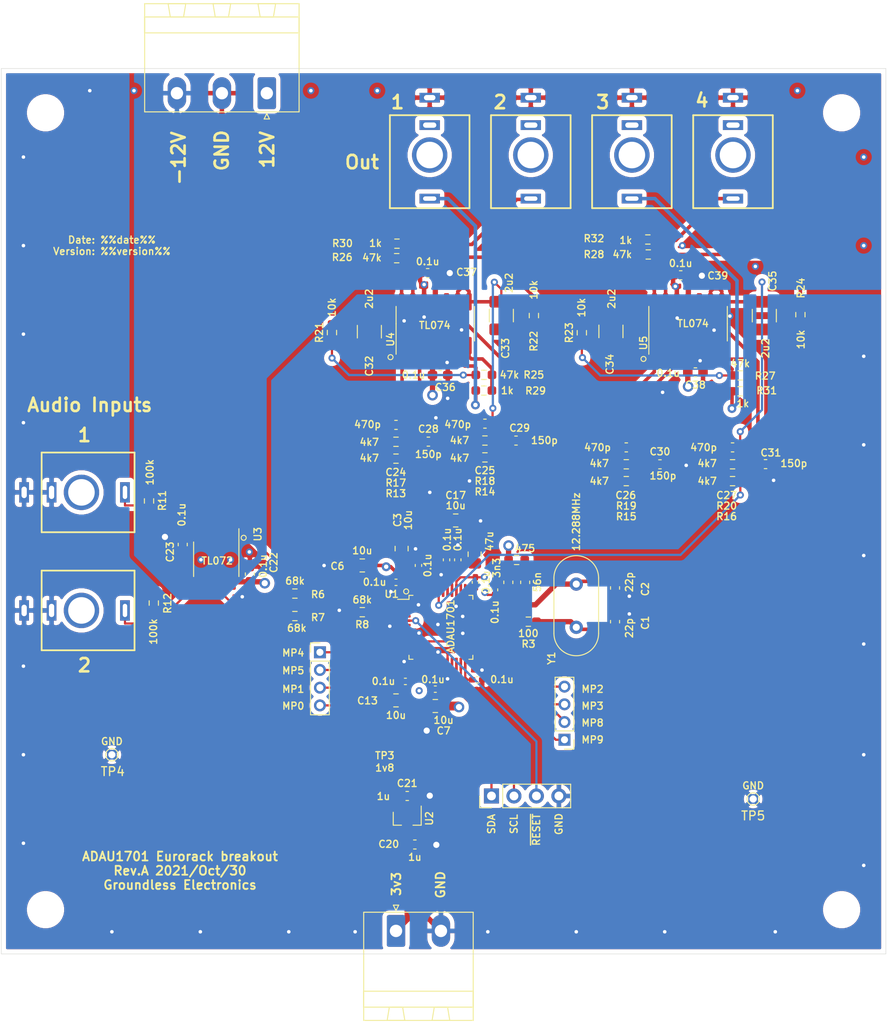
<source format=kicad_pcb>
(kicad_pcb (version 20171130) (host pcbnew "(5.1.12-1-10_14)")
  (title_block (title ADAU1701-RPPico-module) (date %%date%%) (rev %%version%%) (company "Akiyuki Okayasu"))
  (layers (0 F.Cu signal) (1 In1.Cu power) (2 In2.Cu power) (31 B.Cu signal) (34 B.Paste user) (35 F.Paste user) (36 B.SilkS user) (37 F.SilkS user) (38 B.Mask user) (39 F.Mask user) (44 Edge.Cuts user))
  (net 0 "")
  (net 1 "Net-(C1-Pad1)")
  (net 2 "Net-(C2-Pad1)")
  (net 3 "Net-(C3-Pad2)")
  (net 4 PLL_LF)
  (net 5 "Net-(C12-Pad2)")
  (net 6 +1V8)
  (net 7 "Net-(C16-Pad2)")
  (net 8 "Net-(C18-Pad2)")
  (net 9 +12V)
  (net 10 -12V)
  (net 11 "Net-(C24-Pad2)")
  (net 12 "Net-(C24-Pad1)")
  (net 13 "Net-(C25-Pad1)")
  (net 14 "Net-(C25-Pad2)")
  (net 15 "Net-(C26-Pad2)")
  (net 16 "Net-(C26-Pad1)")
  (net 17 "Net-(C27-Pad2)")
  (net 18 "Net-(C27-Pad1)")
  (net 19 "Net-(C28-Pad1)")
  (net 20 "Net-(C29-Pad1)")
  (net 21 "Net-(C30-Pad1)")
  (net 22 "Net-(C31-Pad1)")
  (net 23 "Net-(C32-Pad2)")
  (net 24 "Net-(C33-Pad2)")
  (net 25 "Net-(C34-Pad2)")
  (net 26 "Net-(C35-Pad2)")
  (net 27 SDA)
  (net 28 SCL)
  (net 29 ~RESET)
  (net 30 "Net-(J5-Pad3)")
  (net 31 "Net-(J6-Pad3)")
  (net 32 "Net-(J7-Pad3)")
  (net 33 "Net-(J8-Pad3)")
  (net 34 "Net-(J9-Pad3)")
  (net 35 "Net-(J10-Pad3)")
  (net 36 "Net-(R3-Pad1)")
  (net 37 ADC0)
  (net 38 "Net-(R6-Pad1)")
  (net 39 "Net-(R7-Pad1)")
  (net 40 ADC1)
  (net 41 "Net-(R8-Pad1)")
  (net 42 DAC0)
  (net 43 DAC1)
  (net 44 DAC2)
  (net 45 DAC3)
  (net 46 "Net-(R21-Pad1)")
  (net 47 "Net-(R22-Pad1)")
  (net 48 "Net-(R23-Pad1)")
  (net 49 "Net-(R24-Pad1)")
  (net 50 "Net-(R25-Pad1)")
  (net 51 "Net-(R26-Pad1)")
  (net 52 "Net-(R27-Pad1)")
  (net 53 "Net-(R28-Pad1)")
  (net 54 MP4)
  (net 55 MP5)
  (net 56 MP1)
  (net 57 MP0)
  (net 58 MP2)
  (net 59 MP3)
  (net 60 MP8)
  (net 61 MP9)
  (net 62 GND)
  (net 63 +3V3)
  (module Akiyuki_Footprint:TestPin_0.8THT (layer F.Cu) (at 175 137.5)
    (fp_text reference TP5 (at 0 1.9) (layer F.SilkS))
    (fp_text value TestPoint)
    (pad 1 thru_hole circle (at 0 0) (size 1.1 1.1) (drill 0.8) (layers *.Cu *.Mask) (net 62 GND))
  )
  (module Akiyuki_Footprint:TestPin_0.8THT (layer F.Cu) (at 102.5 132.5)
    (fp_text reference TP4 (at 0.1 1.9) (layer F.SilkS))
    (fp_text value TestPoint)
    (pad 1 thru_hole circle (at 0 0) (size 1.1 1.1) (drill 0.8) (layers *.Cu *.Mask) (net 62 GND))
  )
  (module MountingHole:MountingHole_3.2mm_M3 (layer F.Cu) (at 95 150)
    (fp_text reference H4 hide)
    (fp_text value MountingHole)
    (pad 1 np_thru_hole circle (at 0 0) (size 3.2 3.2) (drill 3.2) (layers *.Cu *.Mask))
  )
  (module MountingHole:MountingHole_3.2mm_M3 (layer F.Cu) (at 185 60)
    (fp_text reference H3 hide)
    (fp_text value MountingHole)
    (pad 1 np_thru_hole circle (at 0 0) (size 3.2 3.2) (drill 3.2) (layers *.Cu *.Mask))
  )
  (module MountingHole:MountingHole_3.2mm_M3 (layer F.Cu) (at 185 150)
    (fp_text reference H2 hide)
    (fp_text value MountingHole)
    (pad 1 np_thru_hole circle (at 0 0) (size 3.2 3.2) (drill 3.2) (layers *.Cu *.Mask))
  )
  (module MountingHole:MountingHole_3.2mm_M3 (layer F.Cu) (at 95 60)
    (fp_text reference H1 hide)
    (fp_text value MountingHole)
    (pad 1 np_thru_hole circle (at 0 0) (size 3.2 3.2) (drill 3.2) (layers *.Cu *.Mask))
  )
  (module Resistor_SMD:R_0603_1608Metric_Pad0.98x0.95mm_HandSolder (layer F.Cu) (at 127.38 84.82 90)
    (fp_text reference R21 (at 0 -1.43 90) (layer F.SilkS) (effects (font (size 0.8 0.8))))
    (fp_text value 10k (at 2.84 0.01 90) (layer F.SilkS) (effects (font (size 0.8 0.8))))
    (pad 1 smd roundrect (at -0.9125 0 90) (size 0.975 0.95) (layers F.Cu F.Paste F.Mask) (net 46 "Net-(R21-Pad1)"))
    (pad 2 smd roundrect (at 0.9125 0 90) (size 0.975 0.95) (layers F.Cu F.Paste F.Mask) (net 23 "Net-(C32-Pad2)"))
  )
  (module Capacitor_SMD:C_1210_3225Metric_Pad1.33x2.70mm_HandSolder (layer F.Cu) (at 176.26 82.91 270)
    (fp_text reference C35 (at -3.91 -0.94 90) (layer F.SilkS) (effects (font (size 0.8 0.8))))
    (fp_text value 2u2 (at 3.69 -0.14 90) (layer F.SilkS) (effects (font (size 0.8 0.8))))
    (pad 2 smd roundrect (at 1.5625 0 270) (size 1.325 2.7) (layers F.Cu F.Paste F.Mask) (roundrect_rratio 0.1886777358490566) (net 26 "Net-(C35-Pad2)"))
    (pad 1 smd roundrect (at -1.5625 0 270) (size 1.325 2.7) (layers F.Cu F.Paste F.Mask) (roundrect_rratio 0.1886777358490566) (net 18 "Net-(C27-Pad1)"))
  )
  (module Capacitor_SMD:C_1210_3225Metric_Pad1.33x2.70mm_HandSolder (layer F.Cu) (at 158.92 84.69 90)
    (fp_text reference C34 (at -3.71 -0.12 90) (layer F.SilkS) (effects (font (size 0.8 0.8))))
    (fp_text value 2u2 (at 3.69 0.08 90) (layer F.SilkS) (effects (font (size 0.8 0.8))))
    (pad 2 smd roundrect (at 1.5625 0 90) (size 1.325 2.7) (layers F.Cu F.Paste F.Mask) (roundrect_rratio 0.1886777358490566) (net 25 "Net-(C34-Pad2)"))
    (pad 1 smd roundrect (at -1.5625 0 90) (size 1.325 2.7) (layers F.Cu F.Paste F.Mask) (roundrect_rratio 0.1886777358490566) (net 16 "Net-(C26-Pad1)"))
  )
  (module Capacitor_SMD:C_1210_3225Metric_Pad1.33x2.70mm_HandSolder (layer F.Cu) (at 146.53 82.9 270)
    (fp_text reference C33 (at 3.7 -0.47 90) (layer F.SilkS) (effects (font (size 0.8 0.8))))
    (fp_text value 2u2 (at -3.7 -0.87 90) (layer F.SilkS) (effects (font (size 0.8 0.8))))
    (pad 2 smd roundrect (at 1.5625 0 270) (size 1.325 2.7) (layers F.Cu F.Paste F.Mask) (roundrect_rratio 0.1886777358490566) (net 24 "Net-(C33-Pad2)"))
    (pad 1 smd roundrect (at -1.5625 0 270) (size 1.325 2.7) (layers F.Cu F.Paste F.Mask) (roundrect_rratio 0.1886777358490566) (net 13 "Net-(C25-Pad1)"))
  )
  (module Capacitor_SMD:C_1210_3225Metric_Pad1.33x2.70mm_HandSolder (layer F.Cu) (at 131.61 84.72 90)
    (fp_text reference C32 (at -3.88 -0.01 90) (layer F.SilkS) (effects (font (size 0.8 0.8))))
    (fp_text value 2u2 (at 3.72 -0.02 90) (layer F.SilkS) (effects (font (size 0.8 0.8))))
    (pad 2 smd roundrect (at 1.5625 0 90) (size 1.325 2.7) (layers F.Cu F.Paste F.Mask) (roundrect_rratio 0.1886777358490566) (net 23 "Net-(C32-Pad2)"))
    (pad 1 smd roundrect (at -1.5625 0 90) (size 1.325 2.7) (layers F.Cu F.Paste F.Mask) (roundrect_rratio 0.1886777358490566) (net 12 "Net-(C24-Pad1)"))
  )
  (module Capacitor_SMD:C_0603_1608Metric_Pad1.08x0.95mm_HandSolder (layer F.Cu) (at 159.385 117.475 90)
    (fp_text reference C1 (at -0.125 3.415 90) (layer F.SilkS) (effects (font (size 0.8 0.8))))
    (fp_text value 22p (at -0.725 1.615 90) (layer F.SilkS) (effects (font (size 0.8 0.8))))
    (pad 2 smd roundrect (at 0.8625 0 90) (size 1.075 0.95) (layers F.Cu F.Paste F.Mask) (net 62 GND))
    (pad 1 smd roundrect (at -0.8625 0 90) (size 1.075 0.95) (layers F.Cu F.Paste F.Mask) (net 1 "Net-(C1-Pad1)"))
  )
  (module Capacitor_SMD:C_0603_1608Metric_Pad1.08x0.95mm_HandSolder (layer F.Cu) (at 159.385 113.665 270)
    (fp_text reference C2 (at 0.135 -3.415 90) (layer F.SilkS) (effects (font (size 0.8 0.8))))
    (fp_text value 22p (at -0.665 -1.615 90) (layer F.SilkS) (effects (font (size 0.8 0.8))))
    (pad 1 smd roundrect (at -0.8625 0 270) (size 1.075 0.95) (layers F.Cu F.Paste F.Mask) (net 2 "Net-(C2-Pad1)"))
    (pad 2 smd roundrect (at 0.8625 0 270) (size 1.075 0.95) (layers F.Cu F.Paste F.Mask) (net 62 GND))
  )
  (module Capacitor_SMD:C_0805_2012Metric_Pad1.18x1.45mm_HandSolder (layer F.Cu) (at 135.255 109.22 270)
    (fp_text reference C3 (at -3.22 0.455 90) (layer F.SilkS) (effects (font (size 0.8 0.8))))
    (fp_text value 10u (at -3.22 -0.745 90) (layer F.SilkS) (effects (font (size 0.8 0.8))))
    (pad 1 smd roundrect (at -1.0375 0 270) (size 1.175 1.45) (layers F.Cu F.Paste F.Mask) (roundrect_rratio 0.2127659574468085) (net 62 GND))
    (pad 2 smd roundrect (at 1.0375 0 270) (size 1.175 1.45) (layers F.Cu F.Paste F.Mask) (roundrect_rratio 0.2127659574468085) (net 3 "Net-(C3-Pad2)"))
  )
  (module Capacitor_SMD:C_0603_1608Metric_Pad1.08x0.95mm_HandSolder (layer F.Cu) (at 147.32 113.03 90)
    (fp_text reference C5 hide)
    (fp_text value 3n3 (at 1.63 -1.32 90) (layer F.SilkS) (effects (font (size 0.8 0.8))))
    (pad 2 smd roundrect (at 0.8625 0 90) (size 1.075 0.95) (layers F.Cu F.Paste F.Mask) (net 63 +3V3))
    (pad 1 smd roundrect (at -0.8625 0 90) (size 1.075 0.95) (layers F.Cu F.Paste F.Mask) (net 4 PLL_LF))
  )
  (module Capacitor_SMD:C_0805_2012Metric_Pad1.18x1.45mm_HandSolder (layer F.Cu) (at 130.81 111.125 180)
    (fp_text reference C6 (at 2.81 -0.075) (layer F.SilkS) (effects (font (size 0.8 0.8))))
    (fp_text value 10u (at 0 1.68) (layer F.SilkS) (effects (font (size 0.8 0.8))))
    (pad 1 smd roundrect (at -1.0375 0 180) (size 1.175 1.45) (layers F.Cu F.Paste F.Mask) (roundrect_rratio 0.2127659574468085) (net 63 +3V3))
    (pad 2 smd roundrect (at 1.0375 0 180) (size 1.175 1.45) (layers F.Cu F.Paste F.Mask) (roundrect_rratio 0.2127659574468085) (net 62 GND))
  )
  (module Capacitor_SMD:C_0805_2012Metric_Pad1.18x1.45mm_HandSolder (layer F.Cu) (at 139.065 127 180)
    (fp_text reference C7 (at -0.935 -2.8) (layer F.SilkS) (effects (font (size 0.8 0.8))))
    (fp_text value 10u (at -0.935 -1.6) (layer F.SilkS) (effects (font (size 0.8 0.8))))
    (pad 2 smd roundrect (at 1.0375 0 180) (size 1.175 1.45) (layers F.Cu F.Paste F.Mask) (roundrect_rratio 0.2127659574468085) (net 62 GND))
    (pad 1 smd roundrect (at -1.0375 0 180) (size 1.175 1.45) (layers F.Cu F.Paste F.Mask) (roundrect_rratio 0.2127659574468085) (net 63 +3V3))
  )
  (module Capacitor_SMD:C_0603_1608Metric_Pad1.08x0.95mm_HandSolder (layer F.Cu) (at 149.225 113.03 90)
    (fp_text reference C12 hide)
    (fp_text value 56n (at 0.03 1.375 90) (layer F.SilkS) (effects (font (size 0.8 0.8))))
    (pad 1 smd roundrect (at -0.8625 0 90) (size 1.075 0.95) (layers F.Cu F.Paste F.Mask) (net 4 PLL_LF))
    (pad 2 smd roundrect (at 0.8625 0 90) (size 1.075 0.95) (layers F.Cu F.Paste F.Mask) (net 5 "Net-(C12-Pad2)"))
  )
  (module Capacitor_SMD:C_0805_2012Metric_Pad1.18x1.45mm_HandSolder (layer F.Cu) (at 134.62 126.365)
    (fp_text reference C13 (at -3.22 0.035) (layer F.SilkS) (effects (font (size 0.8 0.8))))
    (fp_text value 10u (at 0 1.68) (layer F.SilkS) (effects (font (size 0.8 0.8))))
    (pad 2 smd roundrect (at 1.0375 0) (size 1.175 1.45) (layers F.Cu F.Paste F.Mask) (roundrect_rratio 0.2127659574468085) (net 6 +1V8))
    (pad 1 smd roundrect (at -1.0375 0) (size 1.175 1.45) (layers F.Cu F.Paste F.Mask) (roundrect_rratio 0.2127659574468085) (net 62 GND))
  )
  (module Capacitor_SMD:C_0805_2012Metric_Pad1.18x1.45mm_HandSolder (layer F.Cu) (at 141.372 106.045 180)
    (fp_text reference C17 (at 0 2.845) (layer F.SilkS) (effects (font (size 0.8 0.8))))
    (fp_text value 10u (at 0 1.68) (layer F.SilkS) (effects (font (size 0.8 0.8))))
    (pad 2 smd roundrect (at 1.0375 0 180) (size 1.175 1.45) (layers F.Cu F.Paste F.Mask) (roundrect_rratio 0.2127659574468085) (net 7 "Net-(C16-Pad2)"))
    (pad 1 smd roundrect (at -1.0375 0 180) (size 1.175 1.45) (layers F.Cu F.Paste F.Mask) (roundrect_rratio 0.2127659574468085) (net 62 GND))
  )
  (module Capacitor_SMD:C_0805_2012Metric_Pad1.18x1.45mm_HandSolder (layer F.Cu) (at 143.51 109.855 270)
    (fp_text reference C19 hide)
    (fp_text value 47u (at -1.455 -1.69 90) (layer F.SilkS) (effects (font (size 0.8 0.8))))
    (pad 1 smd roundrect (at -1.0375 0 270) (size 1.175 1.45) (layers F.Cu F.Paste F.Mask) (roundrect_rratio 0.2127659574468085) (net 62 GND))
    (pad 2 smd roundrect (at 1.0375 0 270) (size 1.175 1.45) (layers F.Cu F.Paste F.Mask) (roundrect_rratio 0.2127659574468085) (net 8 "Net-(C18-Pad2)"))
  )
  (module Capacitor_SMD:C_0603_1608Metric_Pad1.08x0.95mm_HandSolder (layer F.Cu) (at 136.75 142.64)
    (fp_text reference C20 (at -2.95 -0.04) (layer F.SilkS) (effects (font (size 0.8 0.8))))
    (fp_text value 1u (at 0 1.43) (layer F.SilkS) (effects (font (size 0.8 0.8))))
    (pad 2 smd roundrect (at 0.8625 0) (size 1.075 0.95) (layers F.Cu F.Paste F.Mask) (net 62 GND))
    (pad 1 smd roundrect (at -0.8625 0) (size 1.075 0.95) (layers F.Cu F.Paste F.Mask) (net 63 +3V3))
  )
  (module Capacitor_SMD:C_0603_1608Metric_Pad1.08x0.95mm_HandSolder (layer F.Cu) (at 135.89 137.16)
    (fp_text reference C21 (at 0 -1.43) (layer F.SilkS) (effects (font (size 0.8 0.8))))
    (fp_text value 1u (at -2.69 0.04) (layer F.SilkS) (effects (font (size 0.8 0.8))))
    (pad 1 smd roundrect (at -0.8625 0) (size 1.075 0.95) (layers F.Cu F.Paste F.Mask) (net 6 +1V8))
    (pad 2 smd roundrect (at 0.8625 0) (size 1.075 0.95) (layers F.Cu F.Paste F.Mask) (net 62 GND))
  )
  (module Capacitor_SMD:C_0603_1608Metric_Pad1.08x0.95mm_HandSolder (layer F.Cu) (at 118.1 112.11 270)
    (fp_text reference C22 (at -1.31 -2.7 90) (layer F.SilkS) (effects (font (size 0.8 0.8))))
    (fp_text value 0.1u (at -0.91 -1.5 90) (layer F.SilkS) (effects (font (size 0.8 0.8))))
    (pad 2 smd roundrect (at 0.8625 0 270) (size 1.075 0.95) (layers F.Cu F.Paste F.Mask) (net 9 +12V))
    (pad 1 smd roundrect (at -0.8625 0 270) (size 1.075 0.95) (layers F.Cu F.Paste F.Mask) (net 62 GND))
  )
  (module Capacitor_SMD:C_0603_1608Metric_Pad1.08x0.95mm_HandSolder (layer F.Cu) (at 110.51 108.76 90)
    (fp_text reference C23 (at -0.84 -1.43 90) (layer F.SilkS) (effects (font (size 0.8 0.8))))
    (fp_text value 0.1u (at 3.36 -0.11 90) (layer F.SilkS) (effects (font (size 0.8 0.8))))
    (pad 1 smd roundrect (at -0.8625 0 90) (size 1.075 0.95) (layers F.Cu F.Paste F.Mask) (net 62 GND))
    (pad 2 smd roundrect (at 0.8625 0 90) (size 1.075 0.95) (layers F.Cu F.Paste F.Mask) (net 10 -12V))
  )
  (module Capacitor_SMD:C_0603_1608Metric_Pad1.08x0.95mm_HandSolder (layer F.Cu) (at 134.62 95.25 180)
    (fp_text reference C24 (at 0.02 -5.35) (layer F.SilkS) (effects (font (size 0.8 0.8))))
    (fp_text value 470p (at 3.22 0.05) (layer F.SilkS) (effects (font (size 0.8 0.8))))
    (pad 2 smd roundrect (at 0.8625 0 180) (size 1.075 0.95) (layers F.Cu F.Paste F.Mask) (net 11 "Net-(C24-Pad2)"))
    (pad 1 smd roundrect (at -0.8625 0 180) (size 1.075 0.95) (layers F.Cu F.Paste F.Mask) (net 12 "Net-(C24-Pad1)"))
  )
  (module Capacitor_SMD:C_0603_1608Metric_Pad1.08x0.95mm_HandSolder (layer F.Cu) (at 144.675 95.11 180)
    (fp_text reference C25 (at 0 -5.29) (layer F.SilkS) (effects (font (size 0.8 0.8))))
    (fp_text value 470p (at 3.075 -0.09) (layer F.SilkS) (effects (font (size 0.8 0.8))))
    (pad 1 smd roundrect (at -0.8625 0 180) (size 1.075 0.95) (layers F.Cu F.Paste F.Mask) (net 13 "Net-(C25-Pad1)"))
    (pad 2 smd roundrect (at 0.8625 0 180) (size 1.075 0.95) (layers F.Cu F.Paste F.Mask) (net 14 "Net-(C25-Pad2)"))
  )
  (module Capacitor_SMD:C_0603_1608Metric_Pad1.08x0.95mm_HandSolder (layer F.Cu) (at 160.655 97.79 180)
    (fp_text reference C26 (at 0.055 -5.41) (layer F.SilkS) (effects (font (size 0.8 0.8))))
    (fp_text value 470p (at 3.255 -0.01) (layer F.SilkS) (effects (font (size 0.8 0.8))))
    (pad 2 smd roundrect (at 0.8625 0 180) (size 1.075 0.95) (layers F.Cu F.Paste F.Mask) (net 15 "Net-(C26-Pad2)"))
    (pad 1 smd roundrect (at -0.8625 0 180) (size 1.075 0.95) (layers F.Cu F.Paste F.Mask) (net 16 "Net-(C26-Pad1)"))
  )
  (module Capacitor_SMD:C_0603_1608Metric_Pad1.08x0.95mm_HandSolder (layer F.Cu) (at 172.67 97.79 180)
    (fp_text reference C27 (at 0.67 -5.41) (layer F.SilkS) (effects (font (size 0.8 0.8))))
    (fp_text value 470p (at 3.27 -0.01) (layer F.SilkS) (effects (font (size 0.8 0.8))))
    (pad 2 smd roundrect (at 0.8625 0 180) (size 1.075 0.95) (layers F.Cu F.Paste F.Mask) (net 17 "Net-(C27-Pad2)"))
    (pad 1 smd roundrect (at -0.8625 0 180) (size 1.075 0.95) (layers F.Cu F.Paste F.Mask) (net 18 "Net-(C27-Pad1)"))
  )
  (module Capacitor_SMD:C_0603_1608Metric_Pad1.08x0.95mm_HandSolder (layer F.Cu) (at 138.2825 97.14)
    (fp_text reference C28 (at 0 -1.43) (layer F.SilkS) (effects (font (size 0.8 0.8))))
    (fp_text value 150p (at 0 1.43) (layer F.SilkS) (effects (font (size 0.8 0.8))))
    (pad 1 smd roundrect (at -0.8625 0) (size 1.075 0.95) (layers F.Cu F.Paste F.Mask) (net 19 "Net-(C28-Pad1)"))
    (pad 2 smd roundrect (at 0.8625 0) (size 1.075 0.95) (layers F.Cu F.Paste F.Mask) (net 62 GND))
  )
  (module Capacitor_SMD:C_0603_1608Metric_Pad1.08x0.95mm_HandSolder (layer F.Cu) (at 148.19 97.02)
    (fp_text reference C29 (at 0.41 -1.42) (layer F.SilkS) (effects (font (size 0.8 0.8))))
    (fp_text value 150p (at 3.21 -0.02) (layer F.SilkS) (effects (font (size 0.8 0.8))))
    (pad 2 smd roundrect (at 0.8625 0) (size 1.075 0.95) (layers F.Cu F.Paste F.Mask) (net 62 GND))
    (pad 1 smd roundrect (at -0.8625 0) (size 1.075 0.95) (layers F.Cu F.Paste F.Mask) (net 20 "Net-(C29-Pad1)"))
  )
  (module Capacitor_SMD:C_0603_1608Metric_Pad1.08x0.95mm_HandSolder (layer F.Cu) (at 164.4625 99.7)
    (fp_text reference C30 (at 0 -1.43) (layer F.SilkS) (effects (font (size 0.8 0.8))))
    (fp_text value 150p (at 0.3375 1.3) (layer F.SilkS) (effects (font (size 0.8 0.8))))
    (pad 1 smd roundrect (at -0.8625 0) (size 1.075 0.95) (layers F.Cu F.Paste F.Mask) (net 21 "Net-(C30-Pad1)"))
    (pad 2 smd roundrect (at 0.8625 0) (size 1.075 0.95) (layers F.Cu F.Paste F.Mask) (net 62 GND))
  )
  (module Capacitor_SMD:C_0603_1608Metric_Pad1.08x0.95mm_HandSolder (layer F.Cu) (at 176.4 99.68)
    (fp_text reference C31 (at 0.6 -1.28) (layer F.SilkS) (effects (font (size 0.8 0.8))))
    (fp_text value 150p (at 3.2 -0.08) (layer F.SilkS) (effects (font (size 0.8 0.8))))
    (pad 1 smd roundrect (at -0.8625 0) (size 1.075 0.95) (layers F.Cu F.Paste F.Mask) (net 22 "Net-(C31-Pad1)"))
    (pad 2 smd roundrect (at 0.8625 0) (size 1.075 0.95) (layers F.Cu F.Paste F.Mask) (net 62 GND))
  )
  (module Capacitor_SMD:C_0603_1608Metric_Pad1.08x0.95mm_HandSolder (layer F.Cu) (at 139.61 89.61 180)
    (fp_text reference C36 (at -0.59 -1.39) (layer F.SilkS) (effects (font (size 0.8 0.8))))
    (fp_text value 0.1u (at 3.01 0.01) (layer F.SilkS) (effects (font (size 0.8 0.8))))
    (pad 2 smd roundrect (at 0.8625 0 180) (size 1.075 0.95) (layers F.Cu F.Paste F.Mask) (net 9 +12V))
    (pad 1 smd roundrect (at -0.8625 0 180) (size 1.075 0.95) (layers F.Cu F.Paste F.Mask) (net 62 GND))
  )
  (module Capacitor_SMD:C_0603_1608Metric_Pad1.08x0.95mm_HandSolder (layer F.Cu) (at 138.202 78.105)
    (fp_text reference C37 (at 4.398 -0.105) (layer F.SilkS) (effects (font (size 0.8 0.8))))
    (fp_text value 0.1u (at -0.002 -1.305) (layer F.SilkS) (effects (font (size 0.8 0.8))))
    (pad 1 smd roundrect (at -0.8625 0) (size 1.075 0.95) (layers F.Cu F.Paste F.Mask) (net 62 GND))
    (pad 2 smd roundrect (at 0.8625 0) (size 1.075 0.95) (layers F.Cu F.Paste F.Mask) (net 10 -12V))
  )
  (module Capacitor_SMD:C_0603_1608Metric_Pad1.08x0.95mm_HandSolder (layer F.Cu) (at 168.47 89.31 180)
    (fp_text reference C38 (at 0 -1.43) (layer F.SilkS) (effects (font (size 0.8 0.8))))
    (fp_text value 0.1u (at 3.07 -0.09) (layer F.SilkS) (effects (font (size 0.8 0.8))))
    (pad 2 smd roundrect (at 0.8625 0 180) (size 1.075 0.95) (layers F.Cu F.Paste F.Mask) (net 9 +12V))
    (pad 1 smd roundrect (at -0.8625 0 180) (size 1.075 0.95) (layers F.Cu F.Paste F.Mask) (net 62 GND))
  )
  (module Capacitor_SMD:C_0603_1608Metric_Pad1.08x0.95mm_HandSolder (layer F.Cu) (at 166.81 78.35)
    (fp_text reference C39 (at 4.19 0.05) (layer F.SilkS) (effects (font (size 0.8 0.8))))
    (fp_text value 0.1u (at -0.01 -1.35) (layer F.SilkS) (effects (font (size 0.8 0.8))))
    (pad 1 smd roundrect (at -0.8625 0) (size 1.075 0.95) (layers F.Cu F.Paste F.Mask) (net 62 GND))
    (pad 2 smd roundrect (at 0.8625 0) (size 1.075 0.95) (layers F.Cu F.Paste F.Mask) (net 10 -12V))
  )
  (module Connector_PinHeader_2.54mm:PinHeader_1x04_P2.54mm_Vertical (layer F.Cu) (at 145.415 137.16 90)
    (fp_text reference J2 hide)
    (fp_text value Conn_01x04 hide)
    (pad 1 thru_hole rect (at 0 0 90) (size 1.7 1.7) (drill 1) (layers *.Cu *.Mask) (net 27 SDA))
    (pad 2 thru_hole oval (at 0 2.54 90) (size 1.7 1.7) (drill 1) (layers *.Cu *.Mask) (net 28 SCL))
    (pad 3 thru_hole oval (at 0 5.08 90) (size 1.7 1.7) (drill 1) (layers *.Cu *.Mask) (net 29 ~RESET))
    (pad 4 thru_hole oval (at 0 7.62 90) (size 1.7 1.7) (drill 1) (layers *.Cu *.Mask) (net 62 GND))
  )
  (module Connector_Phoenix_MSTB:PhoenixContact_MSTBA_2,5_3-G-5,08_1x03_P5.08mm_Horizontal (layer F.Cu) (at 120.015 57.785 180)
    (fp_text reference J3 hide)
    (fp_text value Conn_01x03 hide)
    (pad 1 thru_hole roundrect (at 0 0 180) (size 2.08 3.6) (drill 1.4) (layers *.Cu *.Mask) (roundrect_rratio 0.1201913461538461) (net 9 +12V))
    (pad 2 thru_hole oval (at 5.08 0 180) (size 2.08 3.6) (drill 1.4) (layers *.Cu *.Mask) (net 62 GND))
    (pad 3 thru_hole oval (at 10.16 0 180) (size 2.08 3.6) (drill 1.4) (layers *.Cu *.Mask) (net 10 -12V))
  )
  (module Connector_Phoenix_MSTB:PhoenixContact_MSTBA_2,5_2-G-5,08_1x02_P5.08mm_Horizontal (layer F.Cu) (at 134.62 152.4)
    (fp_text reference J4 hide)
    (fp_text value Conn_01x02 hide)
    (pad 1 thru_hole roundrect (at 0 0) (size 2.08 3.6) (drill 1.4) (layers *.Cu *.Mask) (roundrect_rratio 0.1201913461538461) (net 63 +3V3))
    (pad 2 thru_hole oval (at 5.08 0) (size 2.08 3.6) (drill 1.4) (layers *.Cu *.Mask) (net 62 GND))
  )
  (module Akiyuki_Footprint:THONKICONN (layer F.Cu) (at 99.06 102.87 270)
    (fp_text reference J5 hide)
    (fp_text value THONKICONN hide)
    (pad 3 thru_hole rect (at 0 -4.92 270) (size 2.3 1.1) (drill oval 1.5 0.5) (layers *.Cu *.Mask) (net 30 "Net-(J5-Pad3)"))
    (pad 2 thru_hole rect (at 0 3.38 270) (size 2.3 1.1) (drill oval 1.5 0.6) (layers *.Cu *.Mask) (net 62 GND))
    (pad 1 thru_hole rect (at 0 6.48 270) (size 2.3 1.1) (drill oval 1.3 0.6) (layers *.Cu *.Mask) (net 62 GND))
    (pad "" np_thru_hole circle (at 0 0 270) (size 4 4) (drill 3) (layers *.Cu *.Mask))
  )
  (module Akiyuki_Footprint:THONKICONN (layer F.Cu) (at 99.06 116.205 270)
    (fp_text reference J6 hide)
    (fp_text value THONKICONN hide)
    (pad 3 thru_hole rect (at 0 -4.92 270) (size 2.3 1.1) (drill oval 1.5 0.5) (layers *.Cu *.Mask) (net 31 "Net-(J6-Pad3)"))
    (pad 2 thru_hole rect (at 0 3.38 270) (size 2.3 1.1) (drill oval 1.5 0.6) (layers *.Cu *.Mask) (net 62 GND))
    (pad 1 thru_hole rect (at 0 6.48 270) (size 2.3 1.1) (drill oval 1.3 0.6) (layers *.Cu *.Mask) (net 62 GND))
    (pad "" np_thru_hole circle (at 0 0 270) (size 4 4) (drill 3) (layers *.Cu *.Mask))
  )
  (module Akiyuki_Footprint:THONKICONN (layer F.Cu) (at 138.43 64.77 180)
    (fp_text reference J7 hide)
    (fp_text value THONKICONN hide)
    (pad "" np_thru_hole circle (at 0 0 180) (size 4 4) (drill 3) (layers *.Cu *.Mask))
    (pad 1 thru_hole rect (at 0 6.48 180) (size 2.3 1.1) (drill oval 1.3 0.6) (layers *.Cu *.Mask) (net 62 GND))
    (pad 2 thru_hole rect (at 0 3.38 180) (size 2.3 1.1) (drill oval 1.5 0.6) (layers *.Cu *.Mask))
    (pad 3 thru_hole rect (at 0 -4.92 180) (size 2.3 1.1) (drill oval 1.5 0.5) (layers *.Cu *.Mask) (net 32 "Net-(J7-Pad3)"))
  )
  (module Akiyuki_Footprint:THONKICONN (layer F.Cu) (at 149.86 64.77 180)
    (fp_text reference J8 hide)
    (fp_text value THONKICONN hide)
    (pad 3 thru_hole rect (at 0 -4.92 180) (size 2.3 1.1) (drill oval 1.5 0.5) (layers *.Cu *.Mask) (net 33 "Net-(J8-Pad3)"))
    (pad 2 thru_hole rect (at 0 3.38 180) (size 2.3 1.1) (drill oval 1.5 0.6) (layers *.Cu *.Mask))
    (pad 1 thru_hole rect (at 0 6.48 180) (size 2.3 1.1) (drill oval 1.3 0.6) (layers *.Cu *.Mask) (net 62 GND))
    (pad "" np_thru_hole circle (at 0 0 180) (size 4 4) (drill 3) (layers *.Cu *.Mask))
  )
  (module Akiyuki_Footprint:THONKICONN (layer F.Cu) (at 161.29 64.77 180)
    (fp_text reference J9 hide)
    (fp_text value THONKICONN hide)
    (pad "" np_thru_hole circle (at 0 0 180) (size 4 4) (drill 3) (layers *.Cu *.Mask))
    (pad 1 thru_hole rect (at 0 6.48 180) (size 2.3 1.1) (drill oval 1.3 0.6) (layers *.Cu *.Mask) (net 62 GND))
    (pad 2 thru_hole rect (at 0 3.38 180) (size 2.3 1.1) (drill oval 1.5 0.6) (layers *.Cu *.Mask))
    (pad 3 thru_hole rect (at 0 -4.92 180) (size 2.3 1.1) (drill oval 1.5 0.5) (layers *.Cu *.Mask) (net 34 "Net-(J9-Pad3)"))
  )
  (module Akiyuki_Footprint:THONKICONN (layer F.Cu) (at 172.72 64.77 180)
    (fp_text reference J10 hide)
    (fp_text value THONKICONN hide)
    (pad "" np_thru_hole circle (at 0 0 180) (size 4 4) (drill 3) (layers *.Cu *.Mask))
    (pad 1 thru_hole rect (at 0 6.48 180) (size 2.3 1.1) (drill oval 1.3 0.6) (layers *.Cu *.Mask) (net 62 GND))
    (pad 2 thru_hole rect (at 0 3.38 180) (size 2.3 1.1) (drill oval 1.5 0.6) (layers *.Cu *.Mask))
    (pad 3 thru_hole rect (at 0 -4.92 180) (size 2.3 1.1) (drill oval 1.5 0.5) (layers *.Cu *.Mask) (net 35 "Net-(J10-Pad3)"))
  )
  (module Resistor_SMD:R_0603_1608Metric_Pad0.98x0.95mm_HandSolder (layer F.Cu) (at 149.582 117.475)
    (fp_text reference R3 (at 0.018 2.525) (layer F.SilkS) (effects (font (size 0.8 0.8))))
    (fp_text value 100 (at 0 1.325) (layer F.SilkS) (effects (font (size 0.8 0.8))))
    (pad 2 smd roundrect (at 0.9125 0) (size 0.975 0.95) (layers F.Cu F.Paste F.Mask) (net 1 "Net-(C1-Pad1)"))
    (pad 1 smd roundrect (at -0.9125 0) (size 0.975 0.95) (layers F.Cu F.Paste F.Mask) (net 36 "Net-(R3-Pad1)"))
  )
  (module Resistor_SMD:R_0603_1608Metric_Pad0.98x0.95mm_HandSolder (layer F.Cu) (at 123.19 114.3 180)
    (fp_text reference R6 (at -2.61 -0.1) (layer F.SilkS) (effects (font (size 0.8 0.8))))
    (fp_text value 68k (at -0.01 1.43) (layer F.SilkS) (effects (font (size 0.8 0.8))))
    (pad 2 smd roundrect (at 0.9125 0 180) (size 0.975 0.95) (layers F.Cu F.Paste F.Mask) (net 37 ADC0))
    (pad 1 smd roundrect (at -0.9125 0 180) (size 0.975 0.95) (layers F.Cu F.Paste F.Mask) (net 38 "Net-(R6-Pad1)"))
  )
  (module Resistor_SMD:R_0603_1608Metric_Pad0.98x0.95mm_HandSolder (layer F.Cu) (at 123.19 116.84 180)
    (fp_text reference R7 (at -2.61 -0.16) (layer F.SilkS) (effects (font (size 0.8 0.8))))
    (fp_text value 68k (at -0.21 -1.36) (layer F.SilkS) (effects (font (size 0.8 0.8))))
    (pad 1 smd roundrect (at -0.9125 0 180) (size 0.975 0.95) (layers F.Cu F.Paste F.Mask) (net 39 "Net-(R7-Pad1)"))
    (pad 2 smd roundrect (at 0.9125 0 180) (size 0.975 0.95) (layers F.Cu F.Paste F.Mask) (net 40 ADC1))
  )
  (module Resistor_SMD:R_0603_1608Metric_Pad0.98x0.95mm_HandSolder (layer F.Cu) (at 130.81 116.4 180)
    (fp_text reference R8 (at 0.01 -1.4) (layer F.SilkS) (effects (font (size 0.8 0.8))))
    (fp_text value 68k (at 0.01 1.4) (layer F.SilkS) (effects (font (size 0.8 0.8))))
    (pad 2 smd roundrect (at 0.9125 0 180) (size 0.975 0.95) (layers F.Cu F.Paste F.Mask) (net 62 GND))
    (pad 1 smd roundrect (at -0.9125 0 180) (size 0.975 0.95) (layers F.Cu F.Paste F.Mask) (net 41 "Net-(R8-Pad1)"))
  )
  (module Resistor_SMD:R_0603_1608Metric_Pad0.98x0.95mm_HandSolder (layer F.Cu) (at 148.26 110.5)
    (fp_text reference R10 hide)
    (fp_text value 475 (at 0.94 -1.3) (layer F.SilkS) (effects (font (size 0.8 0.8))))
    (pad 1 smd roundrect (at -0.9125 0) (size 0.975 0.95) (layers F.Cu F.Paste F.Mask) (net 63 +3V3))
    (pad 2 smd roundrect (at 0.9125 0) (size 0.975 0.95) (layers F.Cu F.Paste F.Mask) (net 5 "Net-(C12-Pad2)"))
  )
  (module Resistor_SMD:R_0603_1608Metric_Pad0.98x0.95mm_HandSolder (layer F.Cu) (at 106.7 103.84 270)
    (fp_text reference R11 (at -0.04 -1.5 90) (layer F.SilkS) (effects (font (size 0.8 0.8))))
    (fp_text value 100k (at -3.24 -0.1 90) (layer F.SilkS) (effects (font (size 0.8 0.8))))
    (pad 1 smd roundrect (at -0.9125 0 270) (size 0.975 0.95) (layers F.Cu F.Paste F.Mask) (net 30 "Net-(J5-Pad3)"))
    (pad 2 smd roundrect (at 0.9125 0 270) (size 0.975 0.95) (layers F.Cu F.Paste F.Mask) (net 62 GND))
  )
  (module Resistor_SMD:R_0603_1608Metric_Pad0.98x0.95mm_HandSolder (layer F.Cu) (at 107.24 115.37 90)
    (fp_text reference R12 (at -0.03 1.56 90) (layer F.SilkS) (effects (font (size 0.8 0.8))))
    (fp_text value 100k (at -3.23 -0.04 90) (layer F.SilkS) (effects (font (size 0.8 0.8))))
    (pad 1 smd roundrect (at -0.9125 0 90) (size 0.975 0.95) (layers F.Cu F.Paste F.Mask) (net 31 "Net-(J6-Pad3)"))
    (pad 2 smd roundrect (at 0.9125 0 90) (size 0.975 0.95) (layers F.Cu F.Paste F.Mask) (net 62 GND))
  )
  (module Resistor_SMD:R_0603_1608Metric_Pad0.98x0.95mm_HandSolder (layer F.Cu) (at 134.62 99.06)
    (fp_text reference R13 (at -0.02 3.94) (layer F.SilkS) (effects (font (size 0.8 0.8))))
    (fp_text value 4k7 (at -3.02 -0.06) (layer F.SilkS) (effects (font (size 0.8 0.8))))
    (pad 2 smd roundrect (at 0.9125 0) (size 0.975 0.95) (layers F.Cu F.Paste F.Mask) (net 42 DAC0))
    (pad 1 smd roundrect (at -0.9125 0) (size 0.975 0.95) (layers F.Cu F.Paste F.Mask) (net 11 "Net-(C24-Pad2)"))
  )
  (module Resistor_SMD:R_0603_1608Metric_Pad0.98x0.95mm_HandSolder (layer F.Cu) (at 144.675 98.92)
    (fp_text reference R14 (at 0 3.88) (layer F.SilkS) (effects (font (size 0.8 0.8))))
    (fp_text value 4k7 (at -2.875 0.08) (layer F.SilkS) (effects (font (size 0.8 0.8))))
    (pad 2 smd roundrect (at 0.9125 0) (size 0.975 0.95) (layers F.Cu F.Paste F.Mask) (net 43 DAC1))
    (pad 1 smd roundrect (at -0.9125 0) (size 0.975 0.95) (layers F.Cu F.Paste F.Mask) (net 14 "Net-(C25-Pad2)"))
  )
  (module Resistor_SMD:R_0603_1608Metric_Pad0.98x0.95mm_HandSolder (layer F.Cu) (at 160.655 101.6)
    (fp_text reference R15 (at 0 4) (layer F.SilkS) (effects (font (size 0.8 0.8))))
    (fp_text value 4k7 (at -3.055 0) (layer F.SilkS) (effects (font (size 0.8 0.8))))
    (pad 2 smd roundrect (at 0.9125 0) (size 0.975 0.95) (layers F.Cu F.Paste F.Mask) (net 44 DAC2))
    (pad 1 smd roundrect (at -0.9125 0) (size 0.975 0.95) (layers F.Cu F.Paste F.Mask) (net 15 "Net-(C26-Pad2)"))
  )
  (module Resistor_SMD:R_0603_1608Metric_Pad0.98x0.95mm_HandSolder (layer F.Cu) (at 172.67 101.6)
    (fp_text reference R16 (at -0.67 4) (layer F.SilkS) (effects (font (size 0.8 0.8))))
    (fp_text value 4k7 (at -2.87 0) (layer F.SilkS) (effects (font (size 0.8 0.8))))
    (pad 1 smd roundrect (at -0.9125 0) (size 0.975 0.95) (layers F.Cu F.Paste F.Mask) (net 17 "Net-(C27-Pad2)"))
    (pad 2 smd roundrect (at 0.9125 0) (size 0.975 0.95) (layers F.Cu F.Paste F.Mask) (net 45 DAC3))
  )
  (module Resistor_SMD:R_0603_1608Metric_Pad0.98x0.95mm_HandSolder (layer F.Cu) (at 134.62 97.155 180)
    (fp_text reference R17 (at 0.02 -4.645) (layer F.SilkS) (effects (font (size 0.8 0.8))))
    (fp_text value 4k7 (at 3.02 -0.045) (layer F.SilkS) (effects (font (size 0.8 0.8))))
    (pad 1 smd roundrect (at -0.9125 0 180) (size 0.975 0.95) (layers F.Cu F.Paste F.Mask) (net 19 "Net-(C28-Pad1)"))
    (pad 2 smd roundrect (at 0.9125 0 180) (size 0.975 0.95) (layers F.Cu F.Paste F.Mask) (net 11 "Net-(C24-Pad2)"))
  )
  (module Resistor_SMD:R_0603_1608Metric_Pad0.98x0.95mm_HandSolder (layer F.Cu) (at 144.675 97.015 180)
    (fp_text reference R18 (at 0 -4.585) (layer F.SilkS) (effects (font (size 0.8 0.8))))
    (fp_text value 4k7 (at 2.875 0.015) (layer F.SilkS) (effects (font (size 0.8 0.8))))
    (pad 1 smd roundrect (at -0.9125 0 180) (size 0.975 0.95) (layers F.Cu F.Paste F.Mask) (net 20 "Net-(C29-Pad1)"))
    (pad 2 smd roundrect (at 0.9125 0 180) (size 0.975 0.95) (layers F.Cu F.Paste F.Mask) (net 14 "Net-(C25-Pad2)"))
  )
  (module Resistor_SMD:R_0603_1608Metric_Pad0.98x0.95mm_HandSolder (layer F.Cu) (at 160.655 99.695 180)
    (fp_text reference R19 (at 0 -4.705) (layer F.SilkS) (effects (font (size 0.8 0.8))))
    (fp_text value 4k7 (at 3.055 0.095) (layer F.SilkS) (effects (font (size 0.8 0.8))))
    (pad 2 smd roundrect (at 0.9125 0 180) (size 0.975 0.95) (layers F.Cu F.Paste F.Mask) (net 15 "Net-(C26-Pad2)"))
    (pad 1 smd roundrect (at -0.9125 0 180) (size 0.975 0.95) (layers F.Cu F.Paste F.Mask) (net 21 "Net-(C30-Pad1)"))
  )
  (module Resistor_SMD:R_0603_1608Metric_Pad0.98x0.95mm_HandSolder (layer F.Cu) (at 172.67 99.695 180)
    (fp_text reference R20 (at 0.67 -4.705) (layer F.SilkS) (effects (font (size 0.8 0.8))))
    (fp_text value 4k7 (at 2.87 0.095) (layer F.SilkS) (effects (font (size 0.8 0.8))))
    (pad 2 smd roundrect (at 0.9125 0 180) (size 0.975 0.95) (layers F.Cu F.Paste F.Mask) (net 17 "Net-(C27-Pad2)"))
    (pad 1 smd roundrect (at -0.9125 0 180) (size 0.975 0.95) (layers F.Cu F.Paste F.Mask) (net 22 "Net-(C31-Pad1)"))
  )
  (module Resistor_SMD:R_0603_1608Metric_Pad0.98x0.95mm_HandSolder (layer F.Cu) (at 150.21 82.9 270)
    (fp_text reference R22 (at 2.9 0.01 90) (layer F.SilkS) (effects (font (size 0.8 0.8))))
    (fp_text value 10k (at -2.9 0.01 90) (layer F.SilkS) (effects (font (size 0.8 0.8))))
    (pad 2 smd roundrect (at 0.9125 0 270) (size 0.975 0.95) (layers F.Cu F.Paste F.Mask) (net 24 "Net-(C33-Pad2)"))
    (pad 1 smd roundrect (at -0.9125 0 270) (size 0.975 0.95) (layers F.Cu F.Paste F.Mask) (net 47 "Net-(R22-Pad1)"))
  )
  (module Resistor_SMD:R_0603_1608Metric_Pad0.98x0.95mm_HandSolder (layer F.Cu) (at 155.63 84.8425 90)
    (fp_text reference R23 (at 0 -1.43 90) (layer F.SilkS) (effects (font (size 0.8 0.8))))
    (fp_text value 10k (at 2.8425 -0.03 90) (layer F.SilkS) (effects (font (size 0.8 0.8))))
    (pad 2 smd roundrect (at 0.9125 0 90) (size 0.975 0.95) (layers F.Cu F.Paste F.Mask) (net 25 "Net-(C34-Pad2)"))
    (pad 1 smd roundrect (at -0.9125 0 90) (size 0.975 0.95) (layers F.Cu F.Paste F.Mask) (net 48 "Net-(R23-Pad1)"))
  )
  (module Resistor_SMD:R_0603_1608Metric_Pad0.98x0.95mm_HandSolder (layer F.Cu) (at 180.34 82.8 270)
    (fp_text reference R24 (at -3 -0.06 90) (layer F.SilkS) (effects (font (size 0.8 0.8))))
    (fp_text value 10k (at 2.8 -0.06 90) (layer F.SilkS) (effects (font (size 0.8 0.8))))
    (pad 2 smd roundrect (at 0.9125 0 270) (size 0.975 0.95) (layers F.Cu F.Paste F.Mask) (net 26 "Net-(C35-Pad2)"))
    (pad 1 smd roundrect (at -0.9125 0 270) (size 0.975 0.95) (layers F.Cu F.Paste F.Mask) (net 49 "Net-(R24-Pad1)"))
  )
  (module Resistor_SMD:R_0603_1608Metric_Pad0.98x0.95mm_HandSolder (layer F.Cu) (at 144.56 89.6 180)
    (fp_text reference R25 (at -5.64 0) (layer F.SilkS) (effects (font (size 0.8 0.8))))
    (fp_text value 47k (at -2.88 0) (layer F.SilkS) (effects (font (size 0.8 0.8))))
    (pad 1 smd roundrect (at -0.9125 0 180) (size 0.975 0.95) (layers F.Cu F.Paste F.Mask) (net 50 "Net-(R25-Pad1)"))
    (pad 2 smd roundrect (at 0.9125 0 180) (size 0.975 0.95) (layers F.Cu F.Paste F.Mask) (net 46 "Net-(R21-Pad1)"))
  )
  (module Resistor_SMD:R_0603_1608Metric_Pad0.98x0.95mm_HandSolder (layer F.Cu) (at 134.7 76.42)
    (fp_text reference R26 (at -6.16 -0.1) (layer F.SilkS) (effects (font (size 0.8 0.8))))
    (fp_text value 47k (at -2.8 -0.05) (layer F.SilkS) (effects (font (size 0.8 0.8))))
    (pad 1 smd roundrect (at -0.9125 0) (size 0.975 0.95) (layers F.Cu F.Paste F.Mask) (net 51 "Net-(R26-Pad1)"))
    (pad 2 smd roundrect (at 0.9125 0) (size 0.975 0.95) (layers F.Cu F.Paste F.Mask) (net 47 "Net-(R22-Pad1)"))
  )
  (module Resistor_SMD:R_0603_1608Metric_Pad0.98x0.95mm_HandSolder (layer F.Cu) (at 173.5425 89.66 180)
    (fp_text reference R27 (at -2.8175 -0.06) (layer F.SilkS) (effects (font (size 0.8 0.8))))
    (fp_text value 47k (at 0.0025 1.34) (layer F.SilkS) (effects (font (size 0.8 0.8))))
    (pad 1 smd roundrect (at -0.9125 0 180) (size 0.975 0.95) (layers F.Cu F.Paste F.Mask) (net 52 "Net-(R27-Pad1)"))
    (pad 2 smd roundrect (at 0.9125 0 180) (size 0.975 0.95) (layers F.Cu F.Paste F.Mask) (net 48 "Net-(R23-Pad1)"))
  )
  (module Resistor_SMD:R_0603_1608Metric_Pad0.98x0.95mm_HandSolder (layer F.Cu) (at 163.14 76)
    (fp_text reference R28 (at -6.14 0) (layer F.SilkS) (effects (font (size 0.8 0.8))))
    (fp_text value 47k (at -2.94 0) (layer F.SilkS) (effects (font (size 0.8 0.8))))
    (pad 2 smd roundrect (at 0.9125 0) (size 0.975 0.95) (layers F.Cu F.Paste F.Mask) (net 49 "Net-(R24-Pad1)"))
    (pad 1 smd roundrect (at -0.9125 0) (size 0.975 0.95) (layers F.Cu F.Paste F.Mask) (net 53 "Net-(R28-Pad1)"))
  )
  (module Resistor_SMD:R_0603_1608Metric_Pad0.98x0.95mm_HandSolder (layer F.Cu) (at 144.55 91.37)
    (fp_text reference R29 (at 5.85 0.03) (layer F.SilkS) (effects (font (size 0.8 0.8))))
    (fp_text value 1k (at 2.65 0) (layer F.SilkS) (effects (font (size 0.8 0.8))))
    (pad 2 smd roundrect (at 0.9125 0) (size 0.975 0.95) (layers F.Cu F.Paste F.Mask) (net 50 "Net-(R25-Pad1)"))
    (pad 1 smd roundrect (at -0.9125 0) (size 0.975 0.95) (layers F.Cu F.Paste F.Mask) (net 32 "Net-(J7-Pad3)"))
  )
  (module Resistor_SMD:R_0603_1608Metric_Pad0.98x0.95mm_HandSolder (layer F.Cu) (at 134.73 74.78 180)
    (fp_text reference R30 (at 6.16 0.03) (layer F.SilkS) (effects (font (size 0.8 0.8))))
    (fp_text value 1k (at 2.43 0.05) (layer F.SilkS) (effects (font (size 0.8 0.8))))
    (pad 1 smd roundrect (at -0.9125 0 180) (size 0.975 0.95) (layers F.Cu F.Paste F.Mask) (net 33 "Net-(J8-Pad3)"))
    (pad 2 smd roundrect (at 0.9125 0 180) (size 0.975 0.95) (layers F.Cu F.Paste F.Mask) (net 51 "Net-(R26-Pad1)"))
  )
  (module Resistor_SMD:R_0603_1608Metric_Pad0.98x0.95mm_HandSolder (layer F.Cu) (at 173.5225 91.45)
    (fp_text reference R31 (at 3.0075 -0.07) (layer F.SilkS) (effects (font (size 0.8 0.8))))
    (fp_text value 1k (at 0.3075 1.39) (layer F.SilkS) (effects (font (size 0.8 0.8))))
    (pad 1 smd roundrect (at -0.9125 0) (size 0.975 0.95) (layers F.Cu F.Paste F.Mask) (net 34 "Net-(J9-Pad3)"))
    (pad 2 smd roundrect (at 0.9125 0) (size 0.975 0.95) (layers F.Cu F.Paste F.Mask) (net 52 "Net-(R27-Pad1)"))
  )
  (module Resistor_SMD:R_0603_1608Metric_Pad0.98x0.95mm_HandSolder (layer F.Cu) (at 163.09 74.31 180)
    (fp_text reference R32 (at 6.09 0.11) (layer F.SilkS) (effects (font (size 0.8 0.8))))
    (fp_text value 1k (at 2.49 -0.09) (layer F.SilkS) (effects (font (size 0.8 0.8))))
    (pad 1 smd roundrect (at -0.9125 0 180) (size 0.975 0.95) (layers F.Cu F.Paste F.Mask) (net 35 "Net-(J10-Pad3)"))
    (pad 2 smd roundrect (at 0.9125 0 180) (size 0.975 0.95) (layers F.Cu F.Paste F.Mask) (net 53 "Net-(R28-Pad1)"))
  )
  (module Akiyuki_Footprint:TestPin_1.0SMD (layer F.Cu) (at 147.955 115.57)
    (fp_text reference TP1 hide)
    (fp_text value TestPoint hide)
    (pad 1 smd circle (at 0 0) (size 1 1) (layers F.Cu F.Mask) (net 2 "Net-(C2-Pad1)"))
  )
  (module Akiyuki_Footprint:TestPin_1.0SMD (layer F.Cu) (at 147.07 117.84)
    (fp_text reference TP2 hide)
    (fp_text value TestPoint hide)
    (pad 1 smd circle (at 0 0) (size 1 1) (layers F.Cu F.Mask) (net 36 "Net-(R3-Pad1)"))
  )
  (module Akiyuki_Footprint:TestPin_1.0SMD (layer F.Cu) (at 135.255 133.985 90)
    (fp_text reference TP3 (at 1.385 -1.905 180) (layer F.SilkS) (effects (font (size 0.8 0.8))))
    (fp_text value TestPoint hide)
    (pad 1 smd circle (at 0 0 90) (size 1 1) (layers F.Cu F.Mask) (net 6 +1V8))
  )
  (module Package_QFP:LQFP-48_7x7mm_P0.5mm (layer F.Cu) (at 139.7 118.11)
    (fp_text reference U1 (at -5.57 -3.75) (layer F.SilkS) (effects (font (size 0.8 0.8))))
    (fp_text value ADAU1701 (at 1.1 -0.11 90) (layer F.SilkS) (effects (font (size 0.8 0.8))))
    (pad 1 smd roundrect (at -4.1625 -2.75) (size 1.475 0.3) (layers F.Cu F.Paste F.Mask) (net 62 GND))
    (pad 2 smd roundrect (at -4.1625 -2.25) (size 1.475 0.3) (layers F.Cu F.Paste F.Mask) (net 38 "Net-(R6-Pad1)"))
    (pad 3 smd roundrect (at -4.1625 -1.75) (size 1.475 0.3) (layers F.Cu F.Paste F.Mask) (net 41 "Net-(R8-Pad1)"))
    (pad 4 smd roundrect (at -4.1625 -1.25) (size 1.475 0.3) (layers F.Cu F.Paste F.Mask) (net 39 "Net-(R7-Pad1)"))
    (pad 5 smd roundrect (at -4.1625 -0.75) (size 1.475 0.3) (layers F.Cu F.Paste F.Mask) (net 29 ~RESET))
    (pad 6 smd roundrect (at -4.1625 -0.25) (size 1.475 0.3) (layers F.Cu F.Paste F.Mask) (net 62 GND))
    (pad 7 smd roundrect (at -4.1625 0.25) (size 1.475 0.3) (layers F.Cu F.Paste F.Mask) (net 62 GND))
    (pad 8 smd roundrect (at -4.1625 0.75) (size 1.475 0.3) (layers F.Cu F.Paste F.Mask) (net 54 MP4))
    (pad 9 smd roundrect (at -4.1625 1.25) (size 1.475 0.3) (layers F.Cu F.Paste F.Mask) (net 55 MP5))
    (pad 10 smd roundrect (at -4.1625 1.75) (size 1.475 0.3) (layers F.Cu F.Paste F.Mask) (net 56 MP1))
    (pad 11 smd roundrect (at -4.1625 2.25) (size 1.475 0.3) (layers F.Cu F.Paste F.Mask) (net 57 MP0))
    (pad 12 smd roundrect (at -4.1625 2.75) (size 1.475 0.3) (layers F.Cu F.Paste F.Mask) (net 62 GND))
    (pad 13 smd roundrect (at -2.75 4.1625) (size 0.3 1.475) (layers F.Cu F.Paste F.Mask) (net 6 +1V8))
    (pad 14 smd roundrect (at -2.25 4.1625) (size 0.3 1.475) (layers F.Cu F.Paste F.Mask))
    (pad 15 smd roundrect (at -1.75 4.1625) (size 0.3 1.475) (layers F.Cu F.Paste F.Mask))
    (pad 16 smd roundrect (at -1.25 4.1625) (size 0.3 1.475) (layers F.Cu F.Paste F.Mask))
    (pad 17 smd roundrect (at -0.75 4.1625) (size 0.3 1.475) (layers F.Cu F.Paste F.Mask) (net 62 GND))
    (pad 18 smd roundrect (at -0.25 4.1625) (size 0.3 1.475) (layers F.Cu F.Paste F.Mask) (net 63 +3V3))
    (pad 19 smd roundrect (at 0.25 4.1625) (size 0.3 1.475) (layers F.Cu F.Paste F.Mask))
    (pad 20 smd roundrect (at 0.75 4.1625) (size 0.3 1.475) (layers F.Cu F.Paste F.Mask) (net 62 GND))
    (pad 21 smd roundrect (at 1.25 4.1625) (size 0.3 1.475) (layers F.Cu F.Paste F.Mask))
    (pad 22 smd roundrect (at 1.75 4.1625) (size 0.3 1.475) (layers F.Cu F.Paste F.Mask) (net 27 SDA))
    (pad 23 smd roundrect (at 2.25 4.1625) (size 0.3 1.475) (layers F.Cu F.Paste F.Mask) (net 28 SCL))
    (pad 24 smd roundrect (at 2.75 4.1625) (size 0.3 1.475) (layers F.Cu F.Paste F.Mask) (net 6 +1V8))
    (pad 25 smd roundrect (at 4.1625 2.75) (size 1.475 0.3) (layers F.Cu F.Paste F.Mask) (net 62 GND))
    (pad 26 smd roundrect (at 4.1625 2.25) (size 1.475 0.3) (layers F.Cu F.Paste F.Mask) (net 61 MP9))
    (pad 27 smd roundrect (at 4.1625 1.75) (size 1.475 0.3) (layers F.Cu F.Paste F.Mask) (net 60 MP8))
    (pad 28 smd roundrect (at 4.1625 1.25) (size 1.475 0.3) (layers F.Cu F.Paste F.Mask) (net 59 MP3))
    (pad 29 smd roundrect (at 4.1625 0.75) (size 1.475 0.3) (layers F.Cu F.Paste F.Mask) (net 58 MP2))
    (pad 30 smd roundrect (at 4.1625 0.25) (size 1.475 0.3) (layers F.Cu F.Paste F.Mask) (net 62 GND))
    (pad 31 smd roundrect (at 4.1625 -0.25) (size 1.475 0.3) (layers F.Cu F.Paste F.Mask) (net 36 "Net-(R3-Pad1)"))
    (pad 32 smd roundrect (at 4.1625 -0.75) (size 1.475 0.3) (layers F.Cu F.Paste F.Mask) (net 2 "Net-(C2-Pad1)"))
    (pad 33 smd roundrect (at 4.1625 -1.25) (size 1.475 0.3) (layers F.Cu F.Paste F.Mask) (net 62 GND))
    (pad 34 smd roundrect (at 4.1625 -1.75) (size 1.475 0.3) (layers F.Cu F.Paste F.Mask) (net 63 +3V3))
    (pad 35 smd roundrect (at 4.1625 -2.25) (size 1.475 0.3) (layers F.Cu F.Paste F.Mask) (net 4 PLL_LF))
    (pad 36 smd roundrect (at 4.1625 -2.75) (size 1.475 0.3) (layers F.Cu F.Paste F.Mask) (net 63 +3V3))
    (pad 37 smd roundrect (at 2.75 -4.1625) (size 0.3 1.475) (layers F.Cu F.Paste F.Mask) (net 62 GND))
    (pad 38 smd roundrect (at 2.25 -4.1625) (size 0.3 1.475) (layers F.Cu F.Paste F.Mask) (net 62 GND))
    (pad 39 smd roundrect (at 1.75 -4.1625) (size 0.3 1.475) (layers F.Cu F.Paste F.Mask) (net 63 +3V3))
    (pad 40 smd roundrect (at 1.25 -4.1625) (size 0.3 1.475) (layers F.Cu F.Paste F.Mask) (net 8 "Net-(C18-Pad2)"))
    (pad 41 smd roundrect (at 0.75 -4.1625) (size 0.3 1.475) (layers F.Cu F.Paste F.Mask) (net 7 "Net-(C16-Pad2)"))
    (pad 42 smd roundrect (at 0.25 -4.1625) (size 0.3 1.475) (layers F.Cu F.Paste F.Mask) (net 62 GND))
    (pad 43 smd roundrect (at -0.25 -4.1625) (size 0.3 1.475) (layers F.Cu F.Paste F.Mask) (net 45 DAC3))
    (pad 44 smd roundrect (at -0.75 -4.1625) (size 0.3 1.475) (layers F.Cu F.Paste F.Mask) (net 44 DAC2))
    (pad 45 smd roundrect (at -1.25 -4.1625) (size 0.3 1.475) (layers F.Cu F.Paste F.Mask) (net 43 DAC1))
    (pad 46 smd roundrect (at -1.75 -4.1625) (size 0.3 1.475) (layers F.Cu F.Paste F.Mask) (net 42 DAC0))
    (pad 47 smd roundrect (at -2.25 -4.1625) (size 0.3 1.475) (layers F.Cu F.Paste F.Mask) (net 3 "Net-(C3-Pad2)"))
    (pad 48 smd roundrect (at -2.75 -4.1625) (size 0.3 1.475) (layers F.Cu F.Paste F.Mask) (net 63 +3V3))
  )
  (module Package_TO_SOT_SMD:SOT-23 (layer F.Cu) (at 135.89 139.7 270)
    (fp_text reference U2 (at 0 -2.5 90) (layer F.SilkS) (effects (font (size 0.8 0.8))))
    (fp_text value MCP1703A-3302_SOT23 hide)
    (pad 1 smd rect (at -1 -0.95 270) (size 0.9 0.8) (layers F.Cu F.Paste F.Mask) (net 62 GND))
    (pad 2 smd rect (at -1 0.95 270) (size 0.9 0.8) (layers F.Cu F.Paste F.Mask) (net 6 +1V8))
    (pad 3 smd rect (at 1 0 270) (size 0.9 0.8) (layers F.Cu F.Paste F.Mask) (net 63 +3V3))
  )
  (module Package_SO:SOIC-8_3.9x4.9mm_P1.27mm (layer F.Cu) (at 114.3 110.425 270)
    (fp_text reference U3 (at -2.825 -4.7 90) (layer F.SilkS) (effects (font (size 0.8 0.8))))
    (fp_text value TL072 (at 0.175 -0.1) (layer F.SilkS) (effects (font (size 0.8 0.8))))
    (pad 1 smd roundrect (at -2.475 -1.905 270) (size 1.95 0.6) (layers F.Cu F.Paste F.Mask) (net 37 ADC0))
    (pad 2 smd roundrect (at -2.475 -0.635 270) (size 1.95 0.6) (layers F.Cu F.Paste F.Mask) (net 37 ADC0))
    (pad 3 smd roundrect (at -2.475 0.635 270) (size 1.95 0.6) (layers F.Cu F.Paste F.Mask) (net 30 "Net-(J5-Pad3)"))
    (pad 4 smd roundrect (at -2.475 1.905 270) (size 1.95 0.6) (layers F.Cu F.Paste F.Mask) (net 10 -12V))
    (pad 5 smd roundrect (at 2.475 1.905 270) (size 1.95 0.6) (layers F.Cu F.Paste F.Mask) (net 31 "Net-(J6-Pad3)"))
    (pad 6 smd roundrect (at 2.475 0.635 270) (size 1.95 0.6) (layers F.Cu F.Paste F.Mask) (net 40 ADC1))
    (pad 7 smd roundrect (at 2.475 -0.635 270) (size 1.95 0.6) (layers F.Cu F.Paste F.Mask) (net 40 ADC1))
    (pad 8 smd roundrect (at 2.475 -1.905 270) (size 1.95 0.6) (layers F.Cu F.Paste F.Mask) (net 9 +12V))
  )
  (module Package_SO:SOIC-14_3.9x8.7mm_P1.27mm (layer F.Cu) (at 139.065 83.82 90)
    (fp_text reference U4 (at -1.78 -5.065 90) (layer F.SilkS) (effects (font (size 0.8 0.8))))
    (fp_text value TL074 (at -0.18 -0.065 180) (layer F.SilkS) (effects (font (size 0.8 0.8))))
    (pad 1 smd roundrect (at -2.475 -3.81 90) (size 1.95 0.6) (layers F.Cu F.Paste F.Mask) (net 12 "Net-(C24-Pad1)"))
    (pad 2 smd roundrect (at -2.475 -2.54 90) (size 1.95 0.6) (layers F.Cu F.Paste F.Mask) (net 12 "Net-(C24-Pad1)"))
    (pad 3 smd roundrect (at -2.475 -1.27 90) (size 1.95 0.6) (layers F.Cu F.Paste F.Mask) (net 19 "Net-(C28-Pad1)"))
    (pad 4 smd roundrect (at -2.475 0 90) (size 1.95 0.6) (layers F.Cu F.Paste F.Mask) (net 9 +12V))
    (pad 5 smd roundrect (at -2.475 1.27 90) (size 1.95 0.6) (layers F.Cu F.Paste F.Mask) (net 62 GND))
    (pad 6 smd roundrect (at -2.475 2.54 90) (size 1.95 0.6) (layers F.Cu F.Paste F.Mask) (net 46 "Net-(R21-Pad1)"))
    (pad 7 smd roundrect (at -2.475 3.81 90) (size 1.95 0.6) (layers F.Cu F.Paste F.Mask) (net 50 "Net-(R25-Pad1)"))
    (pad 8 smd roundrect (at 2.475 3.81 90) (size 1.95 0.6) (layers F.Cu F.Paste F.Mask) (net 13 "Net-(C25-Pad1)"))
    (pad 9 smd roundrect (at 2.475 2.54 90) (size 1.95 0.6) (layers F.Cu F.Paste F.Mask) (net 13 "Net-(C25-Pad1)"))
    (pad 10 smd roundrect (at 2.475 1.27 90) (size 1.95 0.6) (layers F.Cu F.Paste F.Mask) (net 20 "Net-(C29-Pad1)"))
    (pad 11 smd roundrect (at 2.475 0 90) (size 1.95 0.6) (layers F.Cu F.Paste F.Mask) (net 10 -12V))
    (pad 12 smd roundrect (at 2.475 -1.27 90) (size 1.95 0.6) (layers F.Cu F.Paste F.Mask) (net 62 GND))
    (pad 13 smd roundrect (at 2.475 -2.54 90) (size 1.95 0.6) (layers F.Cu F.Paste F.Mask) (net 47 "Net-(R22-Pad1)"))
    (pad 14 smd roundrect (at 2.475 -3.81 90) (size 1.95 0.6) (layers F.Cu F.Paste F.Mask) (net 51 "Net-(R26-Pad1)"))
  )
  (module Package_SO:SOIC-14_3.9x8.7mm_P1.27mm (layer F.Cu) (at 167.64 83.82 90)
    (fp_text reference U5 (at -2.18 -5.04 270) (layer F.SilkS) (effects (font (size 0.8 0.8))))
    (fp_text value TL074 (at 0.02 0.56 180) (layer F.SilkS) (effects (font (size 0.8 0.8))))
    (pad 14 smd roundrect (at 2.475 -3.81 90) (size 1.95 0.6) (layers F.Cu F.Paste F.Mask) (net 53 "Net-(R28-Pad1)"))
    (pad 13 smd roundrect (at 2.475 -2.54 90) (size 1.95 0.6) (layers F.Cu F.Paste F.Mask) (net 49 "Net-(R24-Pad1)"))
    (pad 12 smd roundrect (at 2.475 -1.27 90) (size 1.95 0.6) (layers F.Cu F.Paste F.Mask) (net 62 GND))
    (pad 11 smd roundrect (at 2.475 0 90) (size 1.95 0.6) (layers F.Cu F.Paste F.Mask) (net 10 -12V))
    (pad 10 smd roundrect (at 2.475 1.27 90) (size 1.95 0.6) (layers F.Cu F.Paste F.Mask) (net 22 "Net-(C31-Pad1)"))
    (pad 9 smd roundrect (at 2.475 2.54 90) (size 1.95 0.6) (layers F.Cu F.Paste F.Mask) (net 18 "Net-(C27-Pad1)"))
    (pad 8 smd roundrect (at 2.475 3.81 90) (size 1.95 0.6) (layers F.Cu F.Paste F.Mask) (net 18 "Net-(C27-Pad1)"))
    (pad 7 smd roundrect (at -2.475 3.81 90) (size 1.95 0.6) (layers F.Cu F.Paste F.Mask) (net 52 "Net-(R27-Pad1)"))
    (pad 6 smd roundrect (at -2.475 2.54 90) (size 1.95 0.6) (layers F.Cu F.Paste F.Mask) (net 48 "Net-(R23-Pad1)"))
    (pad 5 smd roundrect (at -2.475 1.27 90) (size 1.95 0.6) (layers F.Cu F.Paste F.Mask) (net 62 GND))
    (pad 4 smd roundrect (at -2.475 0 90) (size 1.95 0.6) (layers F.Cu F.Paste F.Mask) (net 9 +12V))
    (pad 3 smd roundrect (at -2.475 -1.27 90) (size 1.95 0.6) (layers F.Cu F.Paste F.Mask) (net 21 "Net-(C30-Pad1)"))
    (pad 2 smd roundrect (at -2.475 -2.54 90) (size 1.95 0.6) (layers F.Cu F.Paste F.Mask) (net 16 "Net-(C26-Pad1)"))
    (pad 1 smd roundrect (at -2.475 -3.81 90) (size 1.95 0.6) (layers F.Cu F.Paste F.Mask) (net 16 "Net-(C26-Pad1)"))
  )
  (module Crystal:Crystal_HC49-U_Vertical (layer F.Cu) (at 155 118.11 90)
    (fp_text reference Y1 (at -3.49 -2.8 90) (layer F.SilkS) (effects (font (size 0.8 0.8))))
    (fp_text value 12.288MHz (at 11.91 0 90) (layer F.SilkS) (effects (font (size 0.8 0.8))))
    (pad 1 thru_hole circle (at 0 0 90) (size 1.5 1.5) (drill 0.8) (layers *.Cu *.Mask) (net 1 "Net-(C1-Pad1)"))
    (pad 2 thru_hole circle (at 4.88 0 90) (size 1.5 1.5) (drill 0.8) (layers *.Cu *.Mask) (net 2 "Net-(C2-Pad1)"))
  )
  (module Capacitor_SMD:C_0402_1005Metric_Pad0.74x0.62mm_HandSolder (layer F.Cu) (at 137.16 111.125 270)
    (fp_text reference C4 hide)
    (fp_text value 0.1u (at 0 -1.04 90) (layer F.SilkS) (effects (font (size 0.8 0.8))))
    (pad 2 smd roundrect (at 0.5675 0 270) (size 0.735 0.62) (layers F.Cu F.Paste F.Mask) (net 3 "Net-(C3-Pad2)"))
    (pad 1 smd roundrect (at -0.5675 0 270) (size 0.735 0.62) (layers F.Cu F.Paste F.Mask) (net 62 GND))
  )
  (module Capacitor_SMD:C_0402_1005Metric_Pad0.74x0.62mm_HandSolder (layer F.Cu) (at 143.6 113.03 270)
    (fp_text reference C8 hide)
    (fp_text value 0.1u (at 0 -1.2 90) (layer F.SilkS) (effects (font (size 0.8 0.8))))
    (pad 1 smd roundrect (at -0.5675 0 270) (size 0.735 0.62) (layers F.Cu F.Paste F.Mask) (net 63 +3V3))
    (pad 2 smd roundrect (at 0.5675 0 270) (size 0.735 0.62) (layers F.Cu F.Paste F.Mask) (net 62 GND))
  )
  (module Capacitor_SMD:C_0402_1005Metric_Pad0.74x0.62mm_HandSolder (layer F.Cu) (at 145.76 113.88 90)
    (fp_text reference C9 hide)
    (fp_text value 0.1u (at -2.52 0.04 90) (layer F.SilkS) (effects (font (size 0.8 0.8))))
    (pad 2 smd roundrect (at 0.5675 0 90) (size 0.735 0.62) (layers F.Cu F.Paste F.Mask) (net 62 GND))
    (pad 1 smd roundrect (at -0.5675 0 90) (size 0.735 0.62) (layers F.Cu F.Paste F.Mask) (net 63 +3V3))
  )
  (module Capacitor_SMD:C_0402_1005Metric_Pad0.74x0.62mm_HandSolder (layer F.Cu) (at 134.62 113.03 180)
    (fp_text reference C10 hide)
    (fp_text value 0.1u (at 2.42 0.03) (layer F.SilkS) (effects (font (size 0.8 0.8))))
    (pad 1 smd roundrect (at -0.5675 0 180) (size 0.735 0.62) (layers F.Cu F.Paste F.Mask) (net 63 +3V3))
    (pad 2 smd roundrect (at 0.5675 0 180) (size 0.735 0.62) (layers F.Cu F.Paste F.Mask) (net 62 GND))
  )
  (module Capacitor_SMD:C_0402_1005Metric_Pad0.74x0.62mm_HandSolder (layer F.Cu) (at 139.065 125.095 180)
    (fp_text reference C11 hide)
    (fp_text value 0.1u (at 0.265 1.095) (layer F.SilkS) (effects (font (size 0.8 0.8))))
    (pad 2 smd roundrect (at 0.5675 0 180) (size 0.735 0.62) (layers F.Cu F.Paste F.Mask) (net 62 GND))
    (pad 1 smd roundrect (at -0.5675 0 180) (size 0.735 0.62) (layers F.Cu F.Paste F.Mask) (net 63 +3V3))
  )
  (module Capacitor_SMD:C_0402_1005Metric_Pad0.74x0.62mm_HandSolder (layer F.Cu) (at 135.682 124.22)
    (fp_text reference C14 hide)
    (fp_text value 0.1u (at -2.482 -0.02) (layer F.SilkS) (effects (font (size 0.8 0.8))))
    (pad 1 smd roundrect (at -0.5675 0) (size 0.735 0.62) (layers F.Cu F.Paste F.Mask) (net 62 GND))
    (pad 2 smd roundrect (at 0.5675 0) (size 0.735 0.62) (layers F.Cu F.Paste F.Mask) (net 6 +1V8))
  )
  (module Capacitor_SMD:C_0402_1005Metric_Pad0.74x0.62mm_HandSolder (layer F.Cu) (at 143.8 124.04 180)
    (fp_text reference C15 hide)
    (fp_text value 0.1u (at -2.8 0.04) (layer F.SilkS) (effects (font (size 0.8 0.8))))
    (pad 2 smd roundrect (at 0.5675 0 180) (size 0.735 0.62) (layers F.Cu F.Paste F.Mask) (net 6 +1V8))
    (pad 1 smd roundrect (at -0.5675 0 180) (size 0.735 0.62) (layers F.Cu F.Paste F.Mask) (net 62 GND))
  )
  (module Capacitor_SMD:C_0402_1005Metric_Pad0.74x0.62mm_HandSolder (layer F.Cu) (at 140.335 110.49 270)
    (fp_text reference C16 hide)
    (fp_text value 0.1u (at -2.29 -0.065 90) (layer F.SilkS) (effects (font (size 0.8 0.8))))
    (pad 1 smd roundrect (at -0.5675 0 270) (size 0.735 0.62) (layers F.Cu F.Paste F.Mask) (net 62 GND))
    (pad 2 smd roundrect (at 0.5675 0 270) (size 0.735 0.62) (layers F.Cu F.Paste F.Mask) (net 7 "Net-(C16-Pad2)"))
  )
  (module Capacitor_SMD:C_0402_1005Metric_Pad0.74x0.62mm_HandSolder (layer F.Cu) (at 141.605 110.49 270)
    (fp_text reference C18 hide)
    (fp_text value 0.1u (at -2.29 0.005 90) (layer F.SilkS) (effects (font (size 0.8 0.8))))
    (pad 1 smd roundrect (at -0.5675 0 270) (size 0.735 0.62) (layers F.Cu F.Paste F.Mask) (net 62 GND))
    (pad 2 smd roundrect (at 0.5675 0 270) (size 0.735 0.62) (layers F.Cu F.Paste F.Mask) (net 8 "Net-(C18-Pad2)"))
  )
  (module Connector_PinHeader_2.00mm:PinHeader_1x04_P2.00mm_Vertical (layer F.Cu) (at 126.02 120.93)
    (fp_text reference J1 hide)
    (fp_text value Conn_01x04 hide)
    (pad 1 thru_hole rect (at 0 0) (size 1.35 1.35) (drill 0.8) (layers *.Cu *.Mask) (net 54 MP4))
    (pad 2 thru_hole oval (at 0 2) (size 1.35 1.35) (drill 0.8) (layers *.Cu *.Mask) (net 55 MP5))
    (pad 3 thru_hole oval (at 0 4) (size 1.35 1.35) (drill 0.8) (layers *.Cu *.Mask) (net 56 MP1))
    (pad 4 thru_hole oval (at 0 6) (size 1.35 1.35) (drill 0.8) (layers *.Cu *.Mask) (net 57 MP0))
  )
  (module Connector_PinHeader_2.00mm:PinHeader_1x04_P2.00mm_Vertical (layer F.Cu) (at 153.67 130.81 180)
    (fp_text reference J11 hide)
    (fp_text value Conn_01x04 hide)
    (pad 4 thru_hole oval (at 0 6 180) (size 1.35 1.35) (drill 0.8) (layers *.Cu *.Mask) (net 58 MP2))
    (pad 3 thru_hole oval (at 0 4 180) (size 1.35 1.35) (drill 0.8) (layers *.Cu *.Mask) (net 59 MP3))
    (pad 2 thru_hole oval (at 0 2 180) (size 1.35 1.35) (drill 0.8) (layers *.Cu *.Mask) (net 60 MP8))
    (pad 1 thru_hole rect (at 0 0 180) (size 1.35 1.35) (drill 0.8) (layers *.Cu *.Mask) (net 61 MP9))
  )
  (gr_text "Date: %%date%%\nVersion: %%version%%" (at 102.5 75) (layer F.SilkS) (effects (font (size 0.8 0.8))))
  (gr_text GND (at 175 136) (layer F.SilkS) (effects (font (size 0.8 0.8))))
  (gr_text GND (at 102.5 131) (layer F.SilkS) (effects (font (size 0.8 0.8))))
  (gr_text "ADAU1701 Eurorack breakout\nRev.A 2021/Oct/30\nGroundless Electronics" (at 110.2 145.6) (layer F.SilkS) (effects (font (size 1 1) (thickness 0.2))))
  (gr_text 2 (at 99.4 122.4) (layer F.SilkS) (effects (font (size 1.5 1.5) (thickness 0.3))))
  (gr_text 1 (at 99.4 96.4) (layer F.SilkS) (effects (font (size 1.5 1.5) (thickness 0.3))))
  (gr_text "Audio Inputs" (at 100 93) (layer F.SilkS) (effects (font (size 1.5 1.5) (thickness 0.3))))
  (gr_text 4 (at 169.2 58.6) (layer F.SilkS) (effects (font (size 1.5 1.5) (thickness 0.3))))
  (gr_text 3 (at 158 58.8) (layer F.SilkS) (effects (font (size 1.5 1.5) (thickness 0.3))))
  (gr_text 2 (at 146.4 58.8) (layer F.SilkS) (effects (font (size 1.5 1.5) (thickness 0.3))))
  (gr_text 1 (at 134.8 58.8) (layer F.SilkS) (effects (font (size 1.5 1.5) (thickness 0.3))))
  (gr_text Out (at 130.77 65.58) (layer F.SilkS) (effects (font (size 1.5 1.5) (thickness 0.3))))
  (gr_text -12V (at 110.04 65.13 90) (layer F.SilkS) (effects (font (size 1.5 1.5) (thickness 0.3))))
  (gr_text 12V (at 120.06 64.17 90) (layer F.SilkS) (effects (font (size 1.5 1.5) (thickness 0.3))))
  (gr_text GND (at 114.93 64.26 90) (layer F.SilkS) (effects (font (size 1.5 1.5) (thickness 0.3))))
  (gr_text GND (at 139.65 147.19 90) (layer F.SilkS) (effects (font (size 1 1) (thickness 0.2))))
  (gr_text 3v3 (at 134.66 147.1 90) (layer F.SilkS) (effects (font (size 1 1) (thickness 0.2))))
  (gr_text 1v8 (at 133.35 133.985) (layer F.SilkS) (effects (font (size 0.8 0.8))))
  (gr_text "MP2\n" (at 156.845 125.095) (layer F.SilkS) (effects (font (size 0.8 0.8))))
  (gr_text "MP3\n" (at 156.845 127) (layer F.SilkS) (effects (font (size 0.8 0.8))))
  (gr_text MP8 (at 156.845 128.905) (layer F.SilkS) (effects (font (size 0.8 0.8))))
  (gr_text MP9 (at 156.845 130.81) (layer F.SilkS) (effects (font (size 0.8 0.8))))
  (gr_text GND (at 153.035 140.335 90) (layer F.SilkS) (effects (font (size 0.8 0.8))))
  (gr_text ~RESET (at 150.495 140.97 90) (layer F.SilkS) (effects (font (size 0.8 0.8))))
  (gr_text SCL (at 147.955 140.335 90) (layer F.SilkS) (effects (font (size 0.8 0.8))))
  (gr_text SDA (at 145.415 140.335 90) (layer F.SilkS) (effects (font (size 0.8 0.8))))
  (gr_text MP0 (at 123 127) (layer F.SilkS) (effects (font (size 0.8 0.8))))
  (gr_text MP1 (at 123 125.095) (layer F.SilkS) (effects (font (size 0.8 0.8))))
  (gr_text MP5 (at 123 123) (layer F.SilkS) (effects (font (size 0.8 0.8))))
  (gr_text MP4 (at 123 121) (layer F.SilkS) (effects (font (size 0.8 0.8))))
  (gr_circle (center 117.4 108) (end 117.6 108.2) (layer F.SilkS) (width 0.12))
  (gr_circle (center 135.77 114.06) (end 135.97 114.26) (layer F.SilkS) (width 0.12))
  (gr_circle (center 134 87.6) (end 134.2 87.8) (layer F.SilkS) (width 0.12))
  (gr_circle (center 162.6 87.8) (end 162.8 88) (layer F.SilkS) (width 0.12))
  (gr_line (start 190 55) (end 90 55) (layer Edge.Cuts) (width 0.05))
  (gr_line (start 190 155) (end 190 55) (layer Edge.Cuts) (width 0.05))
  (gr_line (start 90 155) (end 190 155) (layer Edge.Cuts) (width 0.05))
  (gr_line (start 90 55) (end 90 155) (layer Edge.Cuts) (width 0.05))
  (segment (start 137.23 125.28) (end 137.24 125.27) (width 0.25) (layer F.Cu) (net 0))
  (via (at 137.24 125.27) (size 0.8) (drill 0.4) (layers F.Cu B.Cu) (net 0))
  (segment (start 159.3845 118.338) (end 159.385 118.3375) (width 0.25) (layer F.Cu) (net 1))
  (segment (start 159.3845 118.338) (end 155.228 118.338) (width 0.4) (layer F.Cu) (net 1))
  (segment (start 155.228 118.338) (end 155 118.11) (width 0.4) (layer F.Cu) (net 1))
  (segment (start 159.385 118.338) (end 159.3845 118.338) (width 0.4) (layer F.Cu) (net 1))
  (segment (start 150.495 117.475) (end 150.4945 117.475) (width 0.25) (layer F.Cu) (net 1))
  (segment (start 150.495 117.475) (end 154.365 117.475) (width 0.6) (layer F.Cu) (net 1))
  (segment (start 154.365 117.475) (end 155 118.11) (width 0.6) (layer F.Cu) (net 1))
  (segment (start 159.3265 112.861) (end 159.385 112.802) (width 0.4) (layer F.Cu) (net 2))
  (segment (start 155 113.23) (end 155.31 112.92) (width 0.4) (layer F.Cu) (net 2))
  (segment (start 155.31 112.92) (end 159.268 112.92) (width 0.4) (layer F.Cu) (net 2))
  (segment (start 159.268 112.92) (end 159.3265 112.861) (width 0.4) (layer F.Cu) (net 2))
  (segment (start 159.3265 112.861) (end 159.385 112.8025) (width 0.25) (layer F.Cu) (net 2))
  (segment (start 143.8625 117.36) (end 143.862 117.36) (width 0.25) (layer F.Cu) (net 2))
  (segment (start 147.955 115.57) (end 147.248 115.57) (width 0.25) (layer F.Cu) (net 2))
  (segment (start 147.248 115.57) (end 145.458 117.36) (width 0.25) (layer F.Cu) (net 2))
  (segment (start 145.458 117.36) (end 143.8625 117.36) (width 0.25) (layer F.Cu) (net 2))
  (segment (start 150.38 115.57) (end 147.955 115.57) (width 0.6) (layer F.Cu) (net 2))
  (segment (start 152.72 113.23) (end 150.38 115.57) (width 0.6) (layer F.Cu) (net 2))
  (segment (start 155 113.23) (end 152.72 113.23) (width 0.6) (layer F.Cu) (net 2))
  (segment (start 137.16 111.6925) (end 136.69 111.6925) (width 0.25) (layer F.Cu) (net 3))
  (segment (start 136.69 111.6925) (end 135.255 110.2575) (width 0.25) (layer F.Cu) (net 3))
  (segment (start 137.21 111.7425) (end 137.16 111.6925) (width 0.25) (layer F.Cu) (net 3))
  (segment (start 137.45 112.53) (end 137.21 112.29) (width 0.25) (layer F.Cu) (net 3))
  (segment (start 137.21 112.29) (end 137.21 111.7425) (width 0.25) (layer F.Cu) (net 3))
  (segment (start 137.45 113.9475) (end 137.45 112.53) (width 0.25) (layer F.Cu) (net 3))
  (segment (start 149.2245 113.892) (end 149.225 113.8925) (width 0.25) (layer F.Cu) (net 4))
  (segment (start 149.2245 113.892) (end 147.32 113.892) (width 0.4) (layer F.Cu) (net 4))
  (segment (start 149.225 113.892) (end 149.2245 113.892) (width 0.4) (layer F.Cu) (net 4))
  (segment (start 147.32 113.8925) (end 147.32 113.892) (width 0.25) (layer F.Cu) (net 4))
  (segment (start 143.8625 115.86) (end 146.27 115.86) (width 0.25) (layer F.Cu) (net 4))
  (segment (start 146.27 115.86) (end 147.32 114.81) (width 0.25) (layer F.Cu) (net 4))
  (segment (start 147.32 114.81) (end 147.32 113.8925) (width 0.25) (layer F.Cu) (net 4))
  (segment (start 143.862 115.86) (end 143.8625 115.86) (width 0.25) (layer F.Cu) (net 4))
  (segment (start 149.1985 110.526) (end 149.172 110.5) (width 0.4) (layer F.Cu) (net 5))
  (segment (start 149.225 112.1675) (end 149.225 110.552) (width 0.4) (layer F.Cu) (net 5))
  (segment (start 149.225 110.552) (end 149.1985 110.526) (width 0.4) (layer F.Cu) (net 5))
  (segment (start 149.1985 110.526) (end 149.1725 110.5) (width 0.25) (layer F.Cu) (net 5))
  (segment (start 149.225 112.168) (end 149.225 112.1675) (width 0.4) (layer F.Cu) (net 5))
  (segment (start 135.039 137.149) (end 135.0385 137.149) (width 0.25) (layer F.Cu) (net 6))
  (segment (start 135.0385 137.149) (end 135.0275 137.16) (width 0.25) (layer F.Cu) (net 6))
  (segment (start 135.039 137.149) (end 135.028 137.16) (width 0.6) (layer F.Cu) (net 6))
  (segment (start 135.028 137.16) (end 135.028 138.612) (width 0.6) (layer F.Cu) (net 6))
  (segment (start 135.028 138.612) (end 134.94 138.7) (width 0.6) (layer F.Cu) (net 6))
  (segment (start 135.255 133.985) (end 135.05 134.19) (width 0.6) (layer F.Cu) (net 6))
  (segment (start 135.05 134.19) (end 135.05 137.138) (width 0.6) (layer F.Cu) (net 6))
  (segment (start 135.05 137.138) (end 135.039 137.149) (width 0.6) (layer F.Cu) (net 6))
  (segment (start 135.658 125.9185) (end 135.6575 125.919) (width 0.25) (layer F.Cu) (net 6))
  (segment (start 135.6575 125.919) (end 135.6575 126.365) (width 0.25) (layer F.Cu) (net 6))
  (segment (start 135.658 125.9185) (end 135.658 126.365) (width 0.25) (layer F.Cu) (net 6))
  (segment (start 136.49 124.22) (end 136.25 124.22) (width 0.25) (layer F.Cu) (net 6))
  (segment (start 136.25 124.22) (end 136.25 124.88) (width 0.25) (layer F.Cu) (net 6))
  (segment (start 136.25 124.88) (end 135.658 125.472) (width 0.25) (layer F.Cu) (net 6))
  (segment (start 135.658 125.472) (end 135.658 125.9185) (width 0.25) (layer F.Cu) (net 6))
  (segment (start 143.232 124.04) (end 143.2325 124.04) (width 0.25) (layer F.Cu) (net 6))
  (segment (start 143.232 124.04) (end 142.72 124.04) (width 0.25) (layer F.Cu) (net 6))
  (segment (start 142.72 124.04) (end 142.45 123.77) (width 0.25) (layer F.Cu) (net 6))
  (segment (start 142.45 123.77) (end 142.45 122.2725) (width 0.25) (layer F.Cu) (net 6))
  (segment (start 136.95 122.2725) (end 136.95 122.36) (width 0.25) (layer F.Cu) (net 6))
  (segment (start 136.95 122.36) (end 136.96 122.37) (width 0.25) (layer F.Cu) (net 6))
  (segment (start 136.96 122.37) (end 136.96 123.99) (width 0.25) (layer F.Cu) (net 6))
  (segment (start 136.96 123.99) (end 136.73 124.22) (width 0.25) (layer F.Cu) (net 6))
  (segment (start 136.73 124.22) (end 136.49 124.22) (width 0.25) (layer F.Cu) (net 6))
  (segment (start 136.49 124.22) (end 136.2495 124.22) (width 0.25) (layer F.Cu) (net 6))
  (segment (start 135.62 126.403) (end 135.62 133.62) (width 0.6) (layer F.Cu) (net 6))
  (segment (start 135.62 133.62) (end 135.255 133.985) (width 0.6) (layer F.Cu) (net 6))
  (segment (start 135.658 126.365) (end 135.62 126.403) (width 0.6) (layer F.Cu) (net 6))
  (segment (start 136.95 122.272) (end 136.95 122.2725) (width 0.25) (layer F.Cu) (net 6))
  (segment (start 138.25 119.7) (end 136.95 121) (width 0.25) (layer F.Cu) (net 6))
  (segment (start 136.95 121) (end 136.95 122.272) (width 0.25) (layer F.Cu) (net 6))
  (segment (start 141.08 119.7) (end 138.25 119.7) (width 0.25) (layer F.Cu) (net 6))
  (segment (start 142.45 121.07) (end 141.08 119.7) (width 0.25) (layer F.Cu) (net 6))
  (segment (start 142.45 122.2725) (end 142.45 121.07) (width 0.25) (layer F.Cu) (net 6))
  (segment (start 140.45 113.9475) (end 140.45 111.1725) (width 0.25) (layer F.Cu) (net 7))
  (segment (start 140.45 111.1725) (end 140.335 111.0575) (width 0.25) (layer F.Cu) (net 7))
  (segment (start 139.815 106.045) (end 140.3345 106.045) (width 0.25) (layer F.Cu) (net 7))
  (segment (start 139.45 106.41) (end 139.815 106.045) (width 0.25) (layer F.Cu) (net 7))
  (segment (start 139.45 110.1725) (end 139.45 106.41) (width 0.25) (layer F.Cu) (net 7))
  (segment (start 140.335 111.0575) (end 139.45 110.1725) (width 0.25) (layer F.Cu) (net 7))
  (segment (start 141.605 111.0575) (end 140.95 111.7125) (width 0.25) (layer F.Cu) (net 8))
  (segment (start 140.95 111.7125) (end 140.95 113.9475) (width 0.25) (layer F.Cu) (net 8))
  (segment (start 141.605 111.0575) (end 143.345 111.0575) (width 0.25) (layer F.Cu) (net 8))
  (segment (start 143.345 111.0575) (end 143.51 110.8925) (width 0.25) (layer F.Cu) (net 8))
  (segment (start 167.608 89.1191) (end 167.6075 89.1196) (width 0.25) (layer F.Cu) (net 9))
  (segment (start 167.6075 89.1196) (end 167.6075 89.31) (width 0.25) (layer F.Cu) (net 9))
  (segment (start 167.608 89.1191) (end 167.608 90.8675) (width 0.6) (layer F.Cu) (net 9))
  (segment (start 167.608 90.8675) (end 167.65 90.91) (width 0.6) (layer F.Cu) (net 9))
  (segment (start 167.64 86.295) (end 167.608 86.3275) (width 0.6) (layer F.Cu) (net 9))
  (segment (start 167.608 86.3275) (end 167.608 89.1191) (width 0.6) (layer F.Cu) (net 9))
  (segment (start 118.0995 112.972) (end 118.1 112.9725) (width 0.25) (layer F.Cu) (net 9))
  (segment (start 118.0995 112.972) (end 119.622 112.972) (width 0.6) (layer F.Cu) (net 9))
  (segment (start 119.622 112.972) (end 119.78 113.13) (width 0.6) (layer F.Cu) (net 9))
  (segment (start 116.205 112.9) (end 116.278 112.972) (width 0.6) (layer F.Cu) (net 9))
  (segment (start 116.278 112.972) (end 118.0995 112.972) (width 0.6) (layer F.Cu) (net 9))
  (segment (start 138.748 90.25) (end 138.7475 90.2495) (width 0.25) (layer F.Cu) (net 9))
  (segment (start 138.7475 90.2495) (end 138.7475 89.61) (width 0.25) (layer F.Cu) (net 9))
  (segment (start 138.748 90.25) (end 138.748 88.6125) (width 0.6) (layer F.Cu) (net 9))
  (segment (start 138.748 88.6125) (end 139.065 88.295) (width 0.6) (layer F.Cu) (net 9))
  (segment (start 139.065 88.295) (end 139.065 86.295) (width 0.6) (layer F.Cu) (net 9))
  (segment (start 138.75 91.89) (end 138.748 91.8875) (width 0.6) (layer F.Cu) (net 9))
  (segment (start 138.748 91.8875) (end 138.748 90.25) (width 0.6) (layer F.Cu) (net 9))
  (via (at 119.78 113.13) (size 1.2) (drill 0.7) (layers F.Cu B.Cu) (net 9))
  (via (at 138.75 91.89) (size 1.2) (drill 0.7) (layers F.Cu B.Cu) (net 9))
  (via (at 167.65 90.91) (size 1.2) (drill 0.7) (layers F.Cu B.Cu) (net 9))
  (segment (start 139.065 78.3079) (end 139.0645 78.3074) (width 0.25) (layer F.Cu) (net 10))
  (segment (start 139.0645 78.3074) (end 139.0645 78.105) (width 0.25) (layer F.Cu) (net 10))
  (segment (start 139.065 78.3079) (end 139.065 78.5108) (width 0.6) (layer F.Cu) (net 10))
  (segment (start 139.065 78.105) (end 139.065 78.3079) (width 0.6) (layer F.Cu) (net 10))
  (segment (start 112.1659 107.95) (end 112.1659 108.1526) (width 0.25) (layer F.Cu) (net 10))
  (segment (start 112.1659 107.95) (end 110.562 107.95) (width 0.6) (layer F.Cu) (net 10))
  (segment (start 110.562 107.95) (end 110.51 107.898) (width 0.6) (layer F.Cu) (net 10))
  (segment (start 112.395 107.95) (end 112.1659 107.95) (width 0.6) (layer F.Cu) (net 10))
  (segment (start 139.065 78.5108) (end 139.065 81.345) (width 0.6) (layer F.Cu) (net 10))
  (segment (start 167.672 79.3096) (end 167.672 81.3125) (width 0.6) (layer F.Cu) (net 10))
  (segment (start 167.672 81.3125) (end 167.64 81.345) (width 0.6) (layer F.Cu) (net 10))
  (segment (start 167.672 79.3096) (end 167.6725 79.3091) (width 0.25) (layer F.Cu) (net 10))
  (segment (start 167.6725 79.3091) (end 167.6725 78.35) (width 0.25) (layer F.Cu) (net 10))
  (segment (start 167.672 78.35) (end 167.672 79.3096) (width 0.6) (layer F.Cu) (net 10))
  (segment (start 110.51 107.898) (end 110.51 107.8975) (width 0.25) (layer F.Cu) (net 10))
  (via (at 140.7 78.1) (size 1.2) (drill 0.7) (layers F.Cu B.Cu) (net 10))
  (segment (start 140.695 78.105) (end 140.7 78.1) (width 0.6) (layer F.Cu) (net 10))
  (segment (start 139.0645 78.105) (end 140.695 78.105) (width 0.6) (layer F.Cu) (net 10))
  (via (at 108.5 107.9) (size 1.2) (drill 0.7) (layers F.Cu B.Cu) (net 10))
  (segment (start 108.5025 107.8975) (end 108.5 107.9) (width 0.6) (layer F.Cu) (net 10))
  (segment (start 110.51 107.8975) (end 108.5025 107.8975) (width 0.6) (layer F.Cu) (net 10))
  (via (at 169.2 78.4) (size 1.2) (drill 0.7) (layers F.Cu B.Cu) (net 10))
  (segment (start 169.15 78.35) (end 169.2 78.4) (width 0.6) (layer F.Cu) (net 10))
  (segment (start 167.6725 78.35) (end 169.15 78.35) (width 0.6) (layer F.Cu) (net 10))
  (segment (start 133.7575 97.105) (end 133.7075 97.155) (width 0.6) (layer F.Cu) (net 11))
  (segment (start 133.7575 95.25) (end 133.7575 97.105) (width 0.6) (layer F.Cu) (net 11))
  (segment (start 133.7075 97.155) (end 133.7075 99.06) (width 0.6) (layer F.Cu) (net 11))
  (segment (start 135.31 86.4675) (end 135.31 95.0775) (width 0.4) (layer F.Cu) (net 12))
  (segment (start 135.31 95.0775) (end 135.4825 95.25) (width 0.25) (layer F.Cu) (net 12))
  (segment (start 135.255 86.295) (end 135.255 85.115) (width 0.4) (layer F.Cu) (net 12))
  (segment (start 135.255 85.115) (end 135.56 84.81) (width 0.4) (layer F.Cu) (net 12))
  (segment (start 135.56 84.81) (end 136.21 84.81) (width 0.4) (layer F.Cu) (net 12))
  (segment (start 136.525 85.125) (end 136.525 86.295) (width 0.4) (layer F.Cu) (net 12))
  (segment (start 136.21 84.81) (end 136.525 85.125) (width 0.4) (layer F.Cu) (net 12))
  (segment (start 131.6225 86.295) (end 131.61 86.2825) (width 0.25) (layer F.Cu) (net 12))
  (segment (start 135.255 86.295) (end 131.6225 86.295) (width 0.4) (layer F.Cu) (net 12))
  (segment (start 142.87 81.35) (end 142.875 81.345) (width 0.25) (layer F.Cu) (net 13))
  (segment (start 146.5225 81.345) (end 146.53 81.3375) (width 0.25) (layer F.Cu) (net 13))
  (segment (start 142.875 81.345) (end 146.5225 81.345) (width 0.4) (layer F.Cu) (net 13))
  (via (at 145.57 93.37) (size 0.8) (drill 0.4) (layers F.Cu B.Cu) (net 13))
  (segment (start 145.5375 93.4025) (end 145.57 93.37) (width 0.25) (layer F.Cu) (net 13))
  (segment (start 145.5375 95.11) (end 145.5375 93.4025) (width 0.25) (layer F.Cu) (net 13))
  (via (at 145.74 79.13) (size 0.8) (drill 0.4) (layers F.Cu B.Cu) (net 13))
  (segment (start 145.57 79.3) (end 145.74 79.13) (width 0.25) (layer B.Cu) (net 13))
  (segment (start 145.57 93.37) (end 145.57 79.3) (width 0.25) (layer B.Cu) (net 13))
  (segment (start 146.53 79.92) (end 146.53 81.3375) (width 0.25) (layer F.Cu) (net 13))
  (segment (start 145.74 79.13) (end 146.53 79.92) (width 0.25) (layer F.Cu) (net 13))
  (segment (start 142.51 79.8) (end 142.875 80.165) (width 0.4) (layer F.Cu) (net 13))
  (segment (start 142 79.8) (end 142.51 79.8) (width 0.4) (layer F.Cu) (net 13))
  (segment (start 142.875 80.165) (end 142.875 81.345) (width 0.4) (layer F.Cu) (net 13))
  (segment (start 141.605 80.195) (end 142 79.8) (width 0.4) (layer F.Cu) (net 13))
  (segment (start 141.605 81.345) (end 141.605 80.195) (width 0.4) (layer F.Cu) (net 13))
  (segment (start 143.7625 98.92) (end 143.7625 97.015) (width 0.6) (layer F.Cu) (net 14))
  (segment (start 143.7625 95.16) (end 143.8125 95.11) (width 0.6) (layer F.Cu) (net 14))
  (segment (start 143.7625 97.015) (end 143.7625 95.16) (width 0.6) (layer F.Cu) (net 14))
  (segment (start 159.767 97.815) (end 159.7675 97.815) (width 0.25) (layer F.Cu) (net 15))
  (segment (start 159.7675 97.815) (end 159.7925 97.79) (width 0.25) (layer F.Cu) (net 15))
  (segment (start 159.767 97.815) (end 159.792 97.79) (width 0.6) (layer F.Cu) (net 15))
  (segment (start 159.742 99.72) (end 159.742 97.84) (width 0.6) (layer F.Cu) (net 15))
  (segment (start 159.742 97.84) (end 159.767 97.815) (width 0.6) (layer F.Cu) (net 15))
  (segment (start 159.742 100.66) (end 159.7425 100.6605) (width 0.25) (layer F.Cu) (net 15))
  (segment (start 159.7425 100.6605) (end 159.7425 101.6) (width 0.25) (layer F.Cu) (net 15))
  (segment (start 159.742 100.66) (end 159.742 99.72) (width 0.6) (layer F.Cu) (net 15))
  (segment (start 159.742 101.6) (end 159.742 100.66) (width 0.6) (layer F.Cu) (net 15))
  (segment (start 159.742 99.72) (end 159.7425 99.7195) (width 0.25) (layer F.Cu) (net 15))
  (segment (start 159.7425 99.7195) (end 159.7425 99.695) (width 0.25) (layer F.Cu) (net 15))
  (segment (start 161.518 97.502) (end 161.5175 97.5025) (width 0.25) (layer F.Cu) (net 16))
  (segment (start 161.5175 97.5025) (end 161.5175 97.79) (width 0.25) (layer F.Cu) (net 16))
  (segment (start 161.5175 97.79) (end 161.5175 91.5525) (width 0.4) (layer F.Cu) (net 16))
  (segment (start 163.83 89.24) (end 163.83 86.295) (width 0.4) (layer F.Cu) (net 16))
  (segment (start 161.5175 91.5525) (end 163.83 89.24) (width 0.4) (layer F.Cu) (net 16))
  (segment (start 165.1 85.01) (end 165.1 86.295) (width 0.25) (layer F.Cu) (net 16))
  (segment (start 164.09 84.81) (end 164.9 84.81) (width 0.25) (layer F.Cu) (net 16))
  (segment (start 164.9 84.81) (end 165.1 85.01) (width 0.25) (layer F.Cu) (net 16))
  (segment (start 163.83 85.07) (end 164.09 84.81) (width 0.25) (layer F.Cu) (net 16))
  (segment (start 163.83 86.295) (end 163.83 85.07) (width 0.25) (layer F.Cu) (net 16))
  (segment (start 158.9625 86.295) (end 158.92 86.2525) (width 0.25) (layer F.Cu) (net 16))
  (segment (start 163.83 86.295) (end 158.9625 86.295) (width 0.4) (layer F.Cu) (net 16))
  (segment (start 171.7575 99.695) (end 171.7575 101.6) (width 0.6) (layer F.Cu) (net 17))
  (segment (start 171.7575 97.84) (end 171.8075 97.79) (width 0.6) (layer F.Cu) (net 17))
  (segment (start 171.7575 99.695) (end 171.7575 97.84) (width 0.6) (layer F.Cu) (net 17))
  (segment (start 170.18 81.345) (end 170.18 80.18) (width 0.4) (layer F.Cu) (net 18))
  (segment (start 170.18 80.18) (end 170.48 79.88) (width 0.4) (layer F.Cu) (net 18))
  (segment (start 170.48 79.88) (end 171.17 79.88) (width 0.4) (layer F.Cu) (net 18))
  (segment (start 171.17 79.88) (end 171.45 80.16) (width 0.4) (layer F.Cu) (net 18))
  (segment (start 171.45 80.16) (end 171.45 81.345) (width 0.4) (layer F.Cu) (net 18))
  (segment (start 176.2575 81.345) (end 176.26 81.3475) (width 0.25) (layer F.Cu) (net 18))
  (segment (start 171.45 81.345) (end 176.2575 81.345) (width 0.4) (layer F.Cu) (net 18))
  (via (at 173.54 96.01) (size 0.8) (drill 0.4) (layers F.Cu B.Cu) (net 18))
  (segment (start 173.5325 96.0175) (end 173.54 96.01) (width 0.25) (layer F.Cu) (net 18))
  (segment (start 173.5325 97.79) (end 173.5325 96.0175) (width 0.25) (layer F.Cu) (net 18))
  (segment (start 176 93.55) (end 176 79.11) (width 0.25) (layer B.Cu) (net 18))
  (via (at 176 79.11) (size 0.8) (drill 0.4) (layers F.Cu B.Cu) (net 18))
  (segment (start 173.54 96.01) (end 176 93.55) (width 0.25) (layer B.Cu) (net 18))
  (segment (start 176 81.0875) (end 176.26 81.3475) (width 0.25) (layer F.Cu) (net 18))
  (segment (start 176 79.11) (end 176 81.0875) (width 0.25) (layer F.Cu) (net 18))
  (segment (start 135.595 97.2175) (end 135.5325 97.155) (width 0.6) (layer F.Cu) (net 19))
  (segment (start 137.405 97.155) (end 137.42 97.14) (width 0.6) (layer F.Cu) (net 19))
  (segment (start 135.5325 97.155) (end 137.405 97.155) (width 0.6) (layer F.Cu) (net 19))
  (segment (start 137.795 87.655) (end 137.795 86.295) (width 0.4) (layer F.Cu) (net 19))
  (segment (start 137.29 97.01) (end 137.29 88.16) (width 0.4) (layer F.Cu) (net 19))
  (segment (start 137.29 88.16) (end 137.795 87.655) (width 0.4) (layer F.Cu) (net 19))
  (segment (start 137.42 97.14) (end 137.29 97.01) (width 0.25) (layer F.Cu) (net 19))
  (segment (start 140.335 80.9383) (end 140.335 81.345) (width 0.25) (layer F.Cu) (net 20))
  (segment (start 145.5925 97.02) (end 145.5875 97.015) (width 0.6) (layer F.Cu) (net 20))
  (segment (start 147.3275 97.02) (end 145.5925 97.02) (width 0.6) (layer F.Cu) (net 20))
  (segment (start 140.335 83.155) (end 140.335 81.345) (width 0.4) (layer F.Cu) (net 20))
  (segment (start 140.72 83.54) (end 140.335 83.155) (width 0.4) (layer F.Cu) (net 20))
  (segment (start 147.3275 88.5575) (end 142.31 83.54) (width 0.4) (layer F.Cu) (net 20))
  (segment (start 142.31 83.54) (end 140.72 83.54) (width 0.4) (layer F.Cu) (net 20))
  (segment (start 147.3275 97.02) (end 147.3275 88.5575) (width 0.4) (layer F.Cu) (net 20))
  (segment (start 161.5675 99.695) (end 161.568 99.695) (width 0.25) (layer F.Cu) (net 21))
  (segment (start 161.61 99.7375) (end 161.568 99.695) (width 0.6) (layer F.Cu) (net 21))
  (segment (start 161.5725 99.7) (end 161.5675 99.695) (width 0.6) (layer F.Cu) (net 21))
  (segment (start 163.6 99.7) (end 161.5725 99.7) (width 0.6) (layer F.Cu) (net 21))
  (segment (start 166.37 88.29) (end 166.37 86.295) (width 0.4) (layer F.Cu) (net 21))
  (segment (start 163.6 91.06) (end 166.37 88.29) (width 0.4) (layer F.Cu) (net 21))
  (segment (start 163.6 99.7) (end 163.6 91.06) (width 0.4) (layer F.Cu) (net 21))
  (segment (start 173.5975 99.68) (end 173.5825 99.695) (width 0.6) (layer F.Cu) (net 22))
  (segment (start 175.5375 99.68) (end 173.5975 99.68) (width 0.6) (layer F.Cu) (net 22))
  (segment (start 169.36 83.19) (end 168.91 82.74) (width 0.4) (layer F.Cu) (net 22))
  (segment (start 168.91 82.74) (end 168.91 81.345) (width 0.4) (layer F.Cu) (net 22))
  (segment (start 175.5375 88.11875) (end 170.60875 83.19) (width 0.4) (layer F.Cu) (net 22))
  (segment (start 170.60875 83.19) (end 169.36 83.19) (width 0.4) (layer F.Cu) (net 22))
  (segment (start 175.5375 99.68) (end 175.5375 88.11875) (width 0.4) (layer F.Cu) (net 22))
  (segment (start 127.38 83.9075) (end 128.3225 83.9075) (width 0.4) (layer F.Cu) (net 23))
  (segment (start 129.0725 83.1575) (end 128.725 83.505) (width 0.4) (layer F.Cu) (net 23))
  (segment (start 131.61 83.1575) (end 129.0725 83.1575) (width 0.4) (layer F.Cu) (net 23))
  (segment (start 128.725 83.505) (end 128.91 83.32) (width 0.4) (layer F.Cu) (net 23))
  (segment (start 128.3225 83.9075) (end 128.725 83.505) (width 0.4) (layer F.Cu) (net 23))
  (segment (start 146.53 84.4625) (end 148.1975 84.4625) (width 0.4) (layer F.Cu) (net 24))
  (segment (start 148.8475 83.8125) (end 150.21 83.8125) (width 0.4) (layer F.Cu) (net 24))
  (segment (start 148.1975 84.4625) (end 148.8475 83.8125) (width 0.4) (layer F.Cu) (net 24))
  (segment (start 158.92 83.1275) (end 157.4925 83.1275) (width 0.4) (layer F.Cu) (net 25))
  (segment (start 156.69 83.93) (end 155.63 83.93) (width 0.4) (layer F.Cu) (net 25))
  (segment (start 157.4925 83.1275) (end 156.69 83.93) (width 0.4) (layer F.Cu) (net 25))
  (segment (start 176.26 84.4725) (end 178.2775 84.4725) (width 0.4) (layer F.Cu) (net 26))
  (segment (start 179.0375 83.7125) (end 180.34 83.7125) (width 0.4) (layer F.Cu) (net 26))
  (segment (start 178.2775 84.4725) (end 179.0375 83.7125) (width 0.4) (layer F.Cu) (net 26))
  (segment (start 145.415 129.115) (end 145.415 137.16) (width 0.25) (layer F.Cu) (net 27))
  (segment (start 141.45 125.15) (end 145.415 129.115) (width 0.25) (layer F.Cu) (net 27))
  (segment (start 141.45 122.2725) (end 141.45 125.15) (width 0.25) (layer F.Cu) (net 27))
  (segment (start 147.955 130.605) (end 147.955 137.16) (width 0.25) (layer F.Cu) (net 28))
  (segment (start 141.95 124.6) (end 147.955 130.605) (width 0.25) (layer F.Cu) (net 28))
  (segment (start 141.95 122.2725) (end 141.95 124.6) (width 0.25) (layer F.Cu) (net 28))
  (via (at 136.85 117.36) (size 0.8) (drill 0.4) (layers F.Cu B.Cu) (net 29))
  (segment (start 135.5375 117.36) (end 136.85 117.36) (width 0.25) (layer F.Cu) (net 29))
  (segment (start 150.495 137.16) (end 150.495 131.005) (width 0.25) (layer B.Cu) (net 29))
  (segment (start 150.495 131.005) (end 136.85 117.36) (width 0.25) (layer B.Cu) (net 29))
  (segment (start 103.98 102.87) (end 103.98 104.3453) (width 0.25) (layer F.Cu) (net 30))
  (segment (start 106.7 102.9275) (end 105.2822 104.3453) (width 0.25) (layer F.Cu) (net 30))
  (segment (start 105.2822 104.3453) (end 103.98 104.3453) (width 0.25) (layer F.Cu) (net 30))
  (segment (start 110.2175 102.9275) (end 106.7 102.9275) (width 0.25) (layer F.Cu) (net 30))
  (segment (start 113.665 106.375) (end 110.2175 102.9275) (width 0.25) (layer F.Cu) (net 30))
  (segment (start 113.665 107.95) (end 113.665 106.375) (width 0.25) (layer F.Cu) (net 30))
  (segment (start 103.98 116.205) (end 103.98 117.6803) (width 0.25) (layer F.Cu) (net 31))
  (segment (start 107.24 116.2825) (end 105.8422 117.6803) (width 0.25) (layer F.Cu) (net 31))
  (segment (start 105.8422 117.6803) (end 103.98 117.6803) (width 0.25) (layer F.Cu) (net 31))
  (segment (start 112.395 112.9) (end 109.0125 116.2825) (width 0.25) (layer F.Cu) (net 31))
  (segment (start 109.0125 116.2825) (end 107.24 116.2825) (width 0.25) (layer F.Cu) (net 31))
  (segment (start 138.478 69.7375) (end 138.43 69.69) (width 0.6) (layer F.Cu) (net 32))
  (via (at 143.6 93) (size 1) (drill 0.5) (layers F.Cu B.Cu) (net 32))
  (segment (start 143.6375 92.9625) (end 143.6 93) (width 0.4) (layer F.Cu) (net 32))
  (segment (start 143.6375 91.37) (end 143.6375 92.9625) (width 0.4) (layer F.Cu) (net 32))
  (segment (start 143.6 93) (end 143.6 72.8) (width 0.4) (layer B.Cu) (net 32))
  (segment (start 140.49 69.69) (end 138.43 69.69) (width 0.4) (layer B.Cu) (net 32))
  (segment (start 143.6 72.8) (end 140.49 69.69) (width 0.4) (layer B.Cu) (net 32))
  (segment (start 149.82 69.73) (end 149.86 69.69) (width 0.6) (layer F.Cu) (net 33))
  (segment (start 149.77 69.78) (end 149.86 69.69) (width 0.25) (layer F.Cu) (net 33))
  (segment (start 148.28 69.78) (end 149.77 69.78) (width 0.4) (layer F.Cu) (net 33))
  (segment (start 143.19 74.87) (end 148.28 69.78) (width 0.4) (layer F.Cu) (net 33))
  (segment (start 135.7325 74.87) (end 143.19 74.87) (width 0.4) (layer F.Cu) (net 33))
  (segment (start 135.6425 74.78) (end 135.7325 74.87) (width 0.25) (layer F.Cu) (net 33))
  (segment (start 161.218 69.7625) (end 161.29 69.69) (width 0.6) (layer F.Cu) (net 34))
  (via (at 172.6 93.4) (size 1) (drill 0.5) (layers F.Cu B.Cu) (net 34))
  (segment (start 172.61 93.39) (end 172.6 93.4) (width 0.4) (layer F.Cu) (net 34))
  (segment (start 172.61 91.45) (end 172.61 93.39) (width 0.4) (layer F.Cu) (net 34))
  (segment (start 173.170001 92.829999) (end 173.170001 78.970001) (width 0.4) (layer B.Cu) (net 34))
  (segment (start 172.6 93.4) (end 173.170001 92.829999) (width 0.4) (layer B.Cu) (net 34))
  (segment (start 163.89 69.69) (end 161.29 69.69) (width 0.4) (layer B.Cu) (net 34))
  (segment (start 173.170001 78.970001) (end 163.89 69.69) (width 0.4) (layer B.Cu) (net 34))
  (segment (start 172.712 69.6975) (end 172.72 69.69) (width 0.6) (layer F.Cu) (net 35))
  (segment (start 164.0025 74.31) (end 164.1825 74.49) (width 0.25) (layer F.Cu) (net 35))
  (segment (start 166.26 74.4) (end 170.97 69.69) (width 0.4) (layer F.Cu) (net 35))
  (segment (start 164.2725 74.4) (end 166.26 74.4) (width 0.4) (layer F.Cu) (net 35))
  (segment (start 170.97 69.69) (end 172.72 69.69) (width 0.4) (layer F.Cu) (net 35))
  (segment (start 164.1825 74.49) (end 164.2725 74.4) (width 0.4) (layer F.Cu) (net 35))
  (segment (start 143.8625 117.8595) (end 143.8625 117.86) (width 0.25) (layer F.Cu) (net 36))
  (segment (start 147.07 117.84) (end 143.882 117.84) (width 0.25) (layer F.Cu) (net 36))
  (segment (start 143.882 117.84) (end 143.8625 117.8595) (width 0.25) (layer F.Cu) (net 36))
  (segment (start 143.8625 117.8595) (end 143.862 117.86) (width 0.25) (layer F.Cu) (net 36))
  (segment (start 148.67 117.475) (end 148.6695 117.475) (width 0.25) (layer F.Cu) (net 36))
  (segment (start 148.6695 117.475) (end 147.435 117.475) (width 0.25) (layer F.Cu) (net 36))
  (segment (start 147.435 117.475) (end 147.07 117.84) (width 0.25) (layer F.Cu) (net 36))
  (segment (start 114.935 107.95) (end 116.205 107.95) (width 0.25) (layer F.Cu) (net 37))
  (segment (start 122.2775 111.9975) (end 122.2775 114.3) (width 0.25) (layer F.Cu) (net 37))
  (segment (start 118.23 107.95) (end 122.2775 111.9975) (width 0.25) (layer F.Cu) (net 37))
  (segment (start 116.205 107.95) (end 118.23 107.95) (width 0.25) (layer F.Cu) (net 37))
  (segment (start 124.4025 114) (end 124.1025 114.3) (width 0.25) (layer F.Cu) (net 38))
  (segment (start 131.5 114) (end 124.4025 114) (width 0.25) (layer F.Cu) (net 38))
  (segment (start 133.36 115.86) (end 131.5 114) (width 0.25) (layer F.Cu) (net 38))
  (segment (start 135.5375 115.86) (end 133.36 115.86) (width 0.25) (layer F.Cu) (net 38))
  (segment (start 133.7764 116.86) (end 133.2764 117.36) (width 0.25) (layer F.Cu) (net 39))
  (segment (start 135.5375 116.86) (end 133.7764 116.86) (width 0.25) (layer F.Cu) (net 39))
  (segment (start 124.1025 116.84) (end 125.35 116.84) (width 0.25) (layer F.Cu) (net 39))
  (segment (start 125.87 117.36) (end 133.2764 117.36) (width 0.25) (layer F.Cu) (net 39))
  (segment (start 125.35 116.84) (end 125.87 117.36) (width 0.25) (layer F.Cu) (net 39))
  (segment (start 114.935 112.9) (end 113.665 112.9) (width 0.25) (layer F.Cu) (net 40))
  (segment (start 117.51 116.84) (end 122.2775 116.84) (width 0.25) (layer F.Cu) (net 40))
  (segment (start 114.935 114.265) (end 117.51 116.84) (width 0.25) (layer F.Cu) (net 40))
  (segment (start 114.935 112.9) (end 114.935 114.265) (width 0.25) (layer F.Cu) (net 40))
  (segment (start 135.5375 116.36) (end 131.7625 116.36) (width 0.25) (layer F.Cu) (net 41))
  (segment (start 131.7625 116.36) (end 131.7225 116.4) (width 0.25) (layer F.Cu) (net 41))
  (segment (start 135.5325 101.7625) (end 135.5325 99.06) (width 0.25) (layer F.Cu) (net 42))
  (segment (start 137.95 104.18) (end 135.5325 101.7625) (width 0.25) (layer F.Cu) (net 42))
  (segment (start 137.95 113.9475) (end 137.95 104.18) (width 0.25) (layer F.Cu) (net 42))
  (segment (start 145.5875 99.7325) (end 145.5875 98.92) (width 0.25) (layer F.Cu) (net 43))
  (segment (start 138.45 104.54) (end 142.81 100.18) (width 0.25) (layer F.Cu) (net 43))
  (segment (start 145.14 100.18) (end 145.5875 99.7325) (width 0.25) (layer F.Cu) (net 43))
  (segment (start 142.81 100.18) (end 145.14 100.18) (width 0.25) (layer F.Cu) (net 43))
  (segment (start 138.45 113.9475) (end 138.45 104.54) (width 0.25) (layer F.Cu) (net 43))
  (segment (start 161.5675 102.2725) (end 161.5675 101.6) (width 0.25) (layer F.Cu) (net 44))
  (segment (start 141.41 102.63) (end 161.21 102.63) (width 0.25) (layer F.Cu) (net 44))
  (segment (start 161.21 102.63) (end 161.5675 102.2725) (width 0.25) (layer F.Cu) (net 44))
  (segment (start 138.95 105.09) (end 141.41 102.63) (width 0.25) (layer F.Cu) (net 44))
  (segment (start 138.95 113.9475) (end 138.95 105.09) (width 0.25) (layer F.Cu) (net 44))
  (segment (start 139.45 113.9475) (end 139.45 115.6226) (width 0.25) (layer F.Cu) (net 45))
  (segment (start 139.45 115.6226) (end 139.4495 115.6231) (width 0.25) (layer F.Cu) (net 45))
  (via (at 139.4495 115.6231) (size 0.8) (layers F.Cu B.Cu) (net 45))
  (via (at 173.55 103.17) (size 0.8) (drill 0.4) (layers F.Cu B.Cu) (net 45))
  (segment (start 173.55 101.6325) (end 173.5825 101.6) (width 0.25) (layer F.Cu) (net 45))
  (segment (start 173.55 103.17) (end 173.55 101.6325) (width 0.25) (layer F.Cu) (net 45))
  (segment (start 145.1426 109.93) (end 166.79 109.93) (width 0.25) (layer B.Cu) (net 45))
  (segment (start 166.79 109.93) (end 173.55 103.17) (width 0.25) (layer B.Cu) (net 45))
  (segment (start 139.4495 115.6231) (end 145.1426 109.93) (width 0.25) (layer B.Cu) (net 45))
  (segment (start 141.605 86.295) (end 141.605 85.8883) (width 0.25) (layer F.Cu) (net 46))
  (segment (start 141.605 87.065) (end 141.605 86.295) (width 0.25) (layer F.Cu) (net 46))
  (via (at 127.39 87.7) (size 0.8) (drill 0.4) (layers F.Cu B.Cu) (net 46))
  (segment (start 127.38 87.69) (end 127.39 87.7) (width 0.25) (layer F.Cu) (net 46))
  (segment (start 127.38 85.7325) (end 127.38 87.69) (width 0.25) (layer F.Cu) (net 46))
  (via (at 142.23 89.62) (size 0.8) (drill 0.4) (layers F.Cu B.Cu) (net 46))
  (segment (start 129.31 89.62) (end 142.23 89.62) (width 0.25) (layer B.Cu) (net 46))
  (segment (start 127.39 87.7) (end 129.31 89.62) (width 0.25) (layer B.Cu) (net 46))
  (segment (start 143.6275 89.62) (end 143.6475 89.6) (width 0.25) (layer F.Cu) (net 46))
  (segment (start 142.23 89.62) (end 143.6275 89.62) (width 0.25) (layer F.Cu) (net 46))
  (segment (start 143.46 88.6) (end 142.4 88.6) (width 0.4) (layer F.Cu) (net 46))
  (segment (start 141.605 87.805) (end 141.605 86.295) (width 0.4) (layer F.Cu) (net 46))
  (segment (start 142.4 88.6) (end 141.605 87.805) (width 0.4) (layer F.Cu) (net 46))
  (segment (start 143.6475 88.7875) (end 143.46 88.6) (width 0.4) (layer F.Cu) (net 46))
  (segment (start 143.6475 89.6) (end 143.6475 88.7875) (width 0.4) (layer F.Cu) (net 46))
  (segment (start 136.525 81.345) (end 136.525 79.465) (width 0.4) (layer F.Cu) (net 47))
  (segment (start 135.6125 78.5525) (end 135.6125 76.42) (width 0.4) (layer F.Cu) (net 47))
  (segment (start 136.525 79.465) (end 135.6125 78.5525) (width 0.4) (layer F.Cu) (net 47))
  (segment (start 135.7225 76.31) (end 135.6125 76.42) (width 0.25) (layer F.Cu) (net 47))
  (segment (start 145.74 76.31) (end 135.7225 76.31) (width 0.4) (layer F.Cu) (net 47))
  (segment (start 150.21 80.78) (end 145.74 76.31) (width 0.4) (layer F.Cu) (net 47))
  (segment (start 150.21 81.9875) (end 150.21 80.78) (width 0.4) (layer F.Cu) (net 47))
  (segment (start 170.18 86.295) (end 170.18 85.8801) (width 0.25) (layer F.Cu) (net 48))
  (segment (start 172.11 88.44) (end 172.63 88.96) (width 0.4) (layer F.Cu) (net 48))
  (segment (start 170.97 88.44) (end 172.11 88.44) (width 0.4) (layer F.Cu) (net 48))
  (segment (start 170.18 87.65) (end 170.97 88.44) (width 0.4) (layer F.Cu) (net 48))
  (segment (start 172.63 88.96) (end 172.63 89.66) (width 0.25) (layer F.Cu) (net 48))
  (segment (start 170.18 86.295) (end 170.18 87.65) (width 0.4) (layer F.Cu) (net 48))
  (via (at 155.7 87.65) (size 0.8) (drill 0.4) (layers F.Cu B.Cu) (net 48))
  (segment (start 155.63 87.58) (end 155.7 87.65) (width 0.25) (layer F.Cu) (net 48))
  (segment (start 155.63 85.755) (end 155.63 87.58) (width 0.25) (layer F.Cu) (net 48))
  (via (at 171.18 89.67) (size 0.8) (drill 0.4) (layers F.Cu B.Cu) (net 48))
  (segment (start 157.72 89.67) (end 171.18 89.67) (width 0.25) (layer B.Cu) (net 48))
  (segment (start 155.7 87.65) (end 157.72 89.67) (width 0.25) (layer B.Cu) (net 48))
  (segment (start 172.62 89.67) (end 172.63 89.66) (width 0.25) (layer F.Cu) (net 48))
  (segment (start 171.18 89.67) (end 172.62 89.67) (width 0.25) (layer F.Cu) (net 48))
  (segment (start 165.1 80.9384) (end 165.1 81.345) (width 0.25) (layer F.Cu) (net 49))
  (segment (start 164.0525 78.8525) (end 164.0525 76) (width 0.4) (layer F.Cu) (net 49))
  (segment (start 165.1 79.9) (end 164.0525 78.8525) (width 0.4) (layer F.Cu) (net 49))
  (segment (start 165.1 81.345) (end 165.1 79.9) (width 0.4) (layer F.Cu) (net 49))
  (segment (start 180.34 79.14) (end 180.34 81.8875) (width 0.4) (layer F.Cu) (net 49))
  (segment (start 177.2 76) (end 180.34 79.14) (width 0.4) (layer F.Cu) (net 49))
  (segment (start 164.0525 76) (end 177.2 76) (width 0.4) (layer F.Cu) (net 49))
  (segment (start 142.9075 86.3275) (end 142.9075 85.8912) (width 0.25) (layer F.Cu) (net 50))
  (segment (start 142.9075 86.3275) (end 142.875 86.295) (width 0.4) (layer F.Cu) (net 50))
  (segment (start 142.94 86.36) (end 142.9075 86.3275) (width 0.4) (layer F.Cu) (net 50))
  (segment (start 145.4725 91.36) (end 145.4625 91.37) (width 0.4) (layer F.Cu) (net 50))
  (segment (start 145.4725 89.6) (end 145.4725 91.36) (width 0.4) (layer F.Cu) (net 50))
  (segment (start 145.4725 88.8825) (end 145.4725 89.6) (width 0.4) (layer F.Cu) (net 50))
  (segment (start 144.39 87.8) (end 145.4725 88.8825) (width 0.4) (layer F.Cu) (net 50))
  (segment (start 143.13 87.8) (end 144.39 87.8) (width 0.4) (layer F.Cu) (net 50))
  (segment (start 142.875 87.545) (end 143.13 87.8) (width 0.4) (layer F.Cu) (net 50))
  (segment (start 142.875 86.295) (end 142.875 87.545) (width 0.4) (layer F.Cu) (net 50))
  (segment (start 135.255 81.345) (end 135.255 79.645) (width 0.4) (layer F.Cu) (net 51))
  (segment (start 135.255 79.645) (end 133.83 78.22) (width 0.4) (layer F.Cu) (net 51))
  (segment (start 133.83 76.4625) (end 133.7875 76.42) (width 0.4) (layer F.Cu) (net 51))
  (segment (start 133.83 78.22) (end 133.83 76.4625) (width 0.4) (layer F.Cu) (net 51))
  (segment (start 133.7875 74.81) (end 133.8175 74.78) (width 0.4) (layer F.Cu) (net 51))
  (segment (start 133.7875 76.42) (end 133.7875 74.81) (width 0.4) (layer F.Cu) (net 51))
  (segment (start 171.45 85.8371) (end 171.45 86.295) (width 0.25) (layer F.Cu) (net 52))
  (segment (start 171.462 86.3075) (end 171.45 86.295) (width 0.4) (layer F.Cu) (net 52))
  (segment (start 171.45 86.295) (end 171.45 87.32) (width 0.4) (layer F.Cu) (net 52))
  (segment (start 171.45 87.32) (end 171.96 87.83) (width 0.4) (layer F.Cu) (net 52))
  (segment (start 171.96 87.83) (end 173.81 87.83) (width 0.4) (layer F.Cu) (net 52))
  (segment (start 174.455 88.475) (end 174.455 89.66) (width 0.4) (layer F.Cu) (net 52))
  (segment (start 173.81 87.83) (end 174.455 88.475) (width 0.4) (layer F.Cu) (net 52))
  (segment (start 174.435 89.68) (end 174.455 89.66) (width 0.25) (layer F.Cu) (net 52))
  (segment (start 174.435 91.45) (end 174.435 89.68) (width 0.4) (layer F.Cu) (net 52))
  (segment (start 162.2275 74.36) (end 162.1775 74.31) (width 0.25) (layer F.Cu) (net 53))
  (segment (start 162.2275 76) (end 162.2275 74.36) (width 0.25) (layer F.Cu) (net 53))
  (segment (start 163.83 79.99) (end 163.83 81.345) (width 0.4) (layer F.Cu) (net 53))
  (segment (start 162.2275 78.3875) (end 163.83 79.99) (width 0.4) (layer F.Cu) (net 53))
  (segment (start 162.2275 76) (end 162.2275 78.3875) (width 0.4) (layer F.Cu) (net 53))
  (segment (start 133.98 118.86) (end 135.5375 118.86) (width 0.25) (layer F.Cu) (net 54))
  (segment (start 131.91 120.93) (end 133.98 118.86) (width 0.25) (layer F.Cu) (net 54))
  (segment (start 126.02 120.93) (end 131.91 120.93) (width 0.25) (layer F.Cu) (net 54))
  (segment (start 130.54641 122.93) (end 134.11641 119.36) (width 0.25) (layer F.Cu) (net 55))
  (segment (start 134.11641 119.36) (end 135.5375 119.36) (width 0.25) (layer F.Cu) (net 55))
  (segment (start 126.02 122.93) (end 130.54641 122.93) (width 0.25) (layer F.Cu) (net 55))
  (segment (start 129.182821 124.93) (end 134.252821 119.86) (width 0.25) (layer F.Cu) (net 56))
  (segment (start 126.02 124.93) (end 129.182821 124.93) (width 0.25) (layer F.Cu) (net 56))
  (segment (start 134.252821 119.86) (end 135.5375 119.86) (width 0.25) (layer F.Cu) (net 56))
  (segment (start 126.02 126.93) (end 127.819233 126.93) (width 0.25) (layer F.Cu) (net 57))
  (segment (start 127.819233 126.93) (end 134.389232 120.36) (width 0.25) (layer F.Cu) (net 57))
  (segment (start 134.389232 120.36) (end 135.5375 120.36) (width 0.25) (layer F.Cu) (net 57))
  (segment (start 151.024932 124.81) (end 152.7 124.81) (width 0.25) (layer F.Cu) (net 58))
  (segment (start 145.074932 118.86) (end 151.024932 124.81) (width 0.25) (layer F.Cu) (net 58))
  (segment (start 143.8625 118.86) (end 145.074932 118.86) (width 0.25) (layer F.Cu) (net 58))
  (segment (start 152.7 124.81) (end 153.67 124.81) (width 0.25) (layer F.Cu) (net 58))
  (segment (start 144.938522 119.36) (end 143.8625 119.36) (width 0.25) (layer F.Cu) (net 59))
  (segment (start 152.388522 126.81) (end 144.938522 119.36) (width 0.25) (layer F.Cu) (net 59))
  (segment (start 153.67 126.81) (end 152.388522 126.81) (width 0.25) (layer F.Cu) (net 59))
  (segment (start 153.67 128.81) (end 153.67 128.6286) (width 0.25) (layer F.Cu) (net 60))
  (segment (start 153.67 128.727888) (end 153.67 128.81) (width 0.25) (layer F.Cu) (net 60))
  (segment (start 144.802112 119.86) (end 153.67 128.727888) (width 0.25) (layer F.Cu) (net 60))
  (segment (start 143.8625 119.86) (end 144.802112 119.86) (width 0.25) (layer F.Cu) (net 60))
  (segment (start 153.67 130.81) (end 153.13 130.81) (width 0.25) (layer F.Cu) (net 61))
  (segment (start 152.16 130.28) (end 152.69 130.81) (width 0.25) (layer F.Cu) (net 61))
  (segment (start 152.16 127.86) (end 152.16 130.28) (width 0.25) (layer F.Cu) (net 61))
  (segment (start 152.69 130.81) (end 153.67 130.81) (width 0.25) (layer F.Cu) (net 61))
  (segment (start 146.4 122.094298) (end 146.4 122.1) (width 0.25) (layer F.Cu) (net 61))
  (segment (start 144.665702 120.36) (end 146.4 122.094298) (width 0.25) (layer F.Cu) (net 61))
  (segment (start 146.4 122.1) (end 152.16 127.86) (width 0.25) (layer F.Cu) (net 61))
  (segment (start 143.8625 120.36) (end 144.665702 120.36) (width 0.25) (layer F.Cu) (net 61))
  (segment (start 138.95 122.2725) (end 138.95 123.86) (width 0.25) (layer F.Cu) (net 62))
  (segment (start 138.95 123.86) (end 138.52 124.29) (width 0.25) (layer F.Cu) (net 62))
  (segment (start 138.52 124.29) (end 138.52 125.072) (width 0.25) (layer F.Cu) (net 62))
  (segment (start 138.52 125.072) (end 138.498 125.095) (width 0.25) (layer F.Cu) (net 62))
  (segment (start 138.498 125.095) (end 138.498 125.642) (width 0.25) (layer F.Cu) (net 62))
  (segment (start 138.498 125.642) (end 138.028 126.112) (width 0.25) (layer F.Cu) (net 62))
  (segment (start 138.028 126.112) (end 138.028 127) (width 0.25) (layer F.Cu) (net 62))
  (segment (start 138.95 122.272) (end 138.95 122.2725) (width 0.25) (layer F.Cu) (net 62))
  (segment (start 159.385 114.528) (end 159.385 116.612) (width 0.6) (layer F.Cu) (net 62))
  (segment (start 144.368 124.04) (end 144.368 122.968) (width 0.25) (layer F.Cu) (net 62))
  (segment (start 144.368 122.968) (end 144.34 122.94) (width 0.25) (layer F.Cu) (net 62))
  (segment (start 138.028 127) (end 138.028 129.718) (width 0.6) (layer F.Cu) (net 62))
  (segment (start 138.028 129.718) (end 138.09 129.78) (width 0.6) (layer F.Cu) (net 62))
  (segment (start 137.6125 142.64) (end 139.14 142.64) (width 0.6) (layer F.Cu) (net 62))
  (segment (start 139.14 142.64) (end 139.18 142.68) (width 0.6) (layer F.Cu) (net 62))
  (segment (start 136.7525 137.16) (end 138.41 137.16) (width 0.6) (layer F.Cu) (net 62))
  (segment (start 138.41 137.16) (end 138.44 137.13) (width 0.6) (layer F.Cu) (net 62))
  (segment (start 136.84 138.7) (end 136.84 137.248) (width 0.6) (layer F.Cu) (net 62))
  (segment (start 136.84 137.248) (end 136.752 137.16) (width 0.6) (layer F.Cu) (net 62))
  (segment (start 136.752 137.16) (end 136.7525 137.16) (width 0.6) (layer F.Cu) (net 62))
  (segment (start 137.6125 142.64) (end 137.612 142.64) (width 0.6) (layer F.Cu) (net 62))
  (segment (start 137.612 142.64) (end 137.612 150.312) (width 0.6) (layer F.Cu) (net 62))
  (segment (start 137.612 150.312) (end 139.7 152.4) (width 0.6) (layer F.Cu) (net 62))
  (via (at 144.34 122.94) (size 0.8) (layers F.Cu B.Cu) (net 62))
  (via (at 138.09 129.78) (size 1.2) (drill 0.7) (layers F.Cu B.Cu) (net 62))
  (via (at 139.18 142.68) (size 1.2) (drill 0.7) (layers F.Cu B.Cu) (net 62))
  (via (at 138.44 137.13) (size 1.2) (drill 0.7) (layers F.Cu B.Cu) (net 62))
  (via (at 115.92 110.49) (size 0.8) (drill 0.4) (layers F.Cu B.Cu) (net 62))
  (via (at 112.57 110.48) (size 0.8) (drill 0.4) (layers F.Cu B.Cu) (net 62))
  (via (at 117.24 114.66) (size 0.8) (drill 0.4) (layers F.Cu B.Cu) (net 62))
  (segment (start 135.5375 115.36) (end 134.44 115.36) (width 0.25) (layer F.Cu) (net 62))
  (segment (start 134.0525 114.9725) (end 134.0525 114.0975) (width 0.25) (layer F.Cu) (net 62))
  (segment (start 134.44 115.36) (end 134.0525 114.9725) (width 0.25) (layer F.Cu) (net 62))
  (segment (start 140.335 109.9225) (end 140.335 109.175) (width 0.25) (layer F.Cu) (net 62))
  (segment (start 140.6925 108.8175) (end 141.6125 108.8175) (width 0.25) (layer F.Cu) (net 62))
  (segment (start 140.335 109.175) (end 140.6925 108.8175) (width 0.25) (layer F.Cu) (net 62))
  (via (at 144.18 106.09) (size 0.8) (drill 0.4) (layers F.Cu B.Cu) (net 62))
  (segment (start 141.6125 108.8175) (end 143.51 108.8175) (width 0.25) (layer F.Cu) (net 62))
  (via (at 141.6125 108.8175) (size 0.8) (drill 0.4) (layers F.Cu B.Cu) (net 62))
  (via (at 136.83 109.25) (size 0.8) (drill 0.4) (layers F.Cu B.Cu) (net 62))
  (segment (start 136.1225 108.1825) (end 135.255 108.1825) (width 0.25) (layer F.Cu) (net 62))
  (segment (start 136.83 108.89) (end 136.1225 108.1825) (width 0.25) (layer F.Cu) (net 62))
  (segment (start 136.83 109.25) (end 136.83 108.89) (width 0.25) (layer F.Cu) (net 62))
  (via (at 139.725 112.17) (size 0.8) (drill 0.4) (layers F.Cu B.Cu) (net 62))
  (segment (start 139.95 112.395) (end 139.725 112.17) (width 0.25) (layer F.Cu) (net 62))
  (segment (start 139.95 113.9475) (end 139.95 112.395) (width 0.25) (layer F.Cu) (net 62))
  (via (at 135.54 121.98) (size 0.8) (drill 0.4) (layers F.Cu B.Cu) (net 62))
  (segment (start 134.05 117.86) (end 133.92 117.99) (width 0.25) (layer F.Cu) (net 62))
  (via (at 133.92 117.99) (size 0.8) (drill 0.4) (layers F.Cu B.Cu) (net 62))
  (segment (start 135.5375 117.86) (end 134.05 117.86) (width 0.25) (layer F.Cu) (net 62))
  (segment (start 134.29 118.36) (end 133.92 117.99) (width 0.25) (layer F.Cu) (net 62))
  (segment (start 135.5375 118.36) (end 134.29 118.36) (width 0.25) (layer F.Cu) (net 62))
  (segment (start 143.65 120.86) (end 143.62501 120.83501) (width 0.25) (layer F.Cu) (net 62))
  (segment (start 143.8625 120.86) (end 143.65 120.86) (width 0.25) (layer F.Cu) (net 62))
  (via (at 142.16 116.88) (size 0.8) (drill 0.4) (layers F.Cu B.Cu) (net 62))
  (segment (start 142.18 116.86) (end 142.16 116.88) (width 0.25) (layer F.Cu) (net 62))
  (segment (start 143.8625 116.86) (end 142.18 116.86) (width 0.25) (layer F.Cu) (net 62))
  (via (at 137.222347 118.757653) (size 0.8) (drill 0.4) (layers F.Cu B.Cu) (net 62))
  (segment (start 136.824694 118.36) (end 137.222347 118.757653) (width 0.25) (layer F.Cu) (net 62))
  (segment (start 135.5375 118.36) (end 136.824694 118.36) (width 0.25) (layer F.Cu) (net 62))
  (via (at 140.45 123.93) (size 0.8) (drill 0.4) (layers F.Cu B.Cu) (net 62))
  (segment (start 140.45 122.2725) (end 140.45 123.93) (width 0.25) (layer F.Cu) (net 62))
  (segment (start 143.8625 118.36) (end 142.62 118.36) (width 0.25) (layer F.Cu) (net 62))
  (segment (start 142.16 117.9) (end 142.16 116.88) (width 0.25) (layer F.Cu) (net 62))
  (segment (start 142.62 118.36) (end 142.16 117.9) (width 0.25) (layer F.Cu) (net 62))
  (segment (start 141.95 116.67) (end 142.16 116.88) (width 0.25) (layer F.Cu) (net 62))
  (segment (start 142.45 114.9) (end 141.95 115.4) (width 0.25) (layer F.Cu) (net 62))
  (segment (start 142.45 113.9475) (end 142.45 114.9) (width 0.25) (layer F.Cu) (net 62))
  (segment (start 141.95 115.4) (end 141.95 116.67) (width 0.25) (layer F.Cu) (net 62))
  (segment (start 141.95 113.9475) (end 141.95 115.4) (width 0.25) (layer F.Cu) (net 62))
  (segment (start 143.1525 113.5975) (end 142.8025 113.9475) (width 0.25) (layer F.Cu) (net 62))
  (segment (start 142.8025 113.9475) (end 142.45 113.9475) (width 0.25) (layer F.Cu) (net 62))
  (segment (start 143.6 113.5975) (end 143.1525 113.5975) (width 0.25) (layer F.Cu) (net 62))
  (via (at 137.16 115.57) (size 0.8) (drill 0.4) (layers F.Cu B.Cu) (net 62))
  (segment (start 136.95 115.36) (end 137.16 115.57) (width 0.25) (layer F.Cu) (net 62))
  (segment (start 135.5375 115.36) (end 136.95 115.36) (width 0.25) (layer F.Cu) (net 62))
  (segment (start 135.5375 115.36) (end 135.5375 114.8725) (width 0.25) (layer F.Cu) (net 62))
  (segment (start 135.5375 114.8725) (end 135.5375 114.3275) (width 0.25) (layer F.Cu) (net 62))
  (via (at 141.41 115.74) (size 0.8) (drill 0.4) (layers F.Cu B.Cu) (net 62))
  (segment (start 134.0525 114.0975) (end 134.0525 113.03) (width 0.25) (layer F.Cu) (net 62))
  (via (at 134.0525 114.0975) (size 0.8) (drill 0.4) (layers F.Cu B.Cu) (net 62))
  (via (at 126.49 111.13) (size 0.8) (drill 0.4) (layers F.Cu B.Cu) (net 62))
  (via (at 118.04 109.6) (size 0.8) (drill 0.4) (layers F.Cu B.Cu) (net 62))
  (segment (start 135.5375 120.86) (end 136.344852 120.86) (width 0.25) (layer F.Cu) (net 62))
  (segment (start 137.222347 119.982505) (end 137.222347 118.757653) (width 0.25) (layer F.Cu) (net 62))
  (segment (start 136.344852 120.86) (end 137.222347 119.982505) (width 0.25) (layer F.Cu) (net 62))
  (via (at 139.368466 120.903771) (size 0.8) (drill 0.4) (layers F.Cu B.Cu) (net 62))
  (segment (start 138.95 121.322237) (end 139.368466 120.903771) (width 0.25) (layer F.Cu) (net 62))
  (segment (start 138.95 122.2725) (end 138.95 121.322237) (width 0.25) (layer F.Cu) (net 62))
  (segment (start 139.372237 120.9) (end 139.368466 120.903771) (width 0.25) (layer F.Cu) (net 62))
  (segment (start 140.24 120.9) (end 139.372237 120.9) (width 0.25) (layer F.Cu) (net 62))
  (segment (start 140.45 121.11) (end 140.24 120.9) (width 0.25) (layer F.Cu) (net 62))
  (segment (start 140.45 122.2725) (end 140.45 121.11) (width 0.25) (layer F.Cu) (net 62))
  (segment (start 135.54 120.8625) (end 135.5375 120.86) (width 0.25) (layer F.Cu) (net 62))
  (segment (start 135.54 121.98) (end 135.54 120.8625) (width 0.25) (layer F.Cu) (net 62))
  (segment (start 143.8625 122.4625) (end 144.34 122.94) (width 0.25) (layer F.Cu) (net 62))
  (segment (start 143.8625 120.86) (end 143.8625 122.4625) (width 0.25) (layer F.Cu) (net 62))
  (via (at 142.17 118.79) (size 0.8) (drill 0.4) (layers F.Cu B.Cu) (net 62))
  (segment (start 142.17 119.7) (end 142.17 118.79) (width 0.25) (layer F.Cu) (net 62))
  (segment (start 143.034308 120.83501) (end 142.79999 120.600692) (width 0.25) (layer F.Cu) (net 62))
  (segment (start 142.79999 120.600692) (end 142.79999 120.32999) (width 0.25) (layer F.Cu) (net 62))
  (segment (start 143.30501 120.83501) (end 143.034308 120.83501) (width 0.25) (layer F.Cu) (net 62))
  (segment (start 142.79999 120.32999) (end 142.17 119.7) (width 0.25) (layer F.Cu) (net 62))
  (segment (start 143.33 120.86) (end 143.30501 120.83501) (width 0.25) (layer F.Cu) (net 62))
  (segment (start 143.8625 120.86) (end 143.33 120.86) (width 0.25) (layer F.Cu) (net 62))
  (via (at 138.44 102.87) (size 0.8) (drill 0.4) (layers F.Cu B.Cu) (net 62))
  (via (at 142.03 84.52) (size 0.8) (drill 0.4) (layers F.Cu B.Cu) (net 62))
  (via (at 135.54 83.5) (size 0.8) (drill 0.4) (layers F.Cu B.Cu) (net 62))
  (via (at 137.8 83.07) (size 0.8) (drill 0.4) (layers F.Cu B.Cu) (net 62))
  (via (at 170.58 84.55) (size 0.8) (drill 0.4) (layers F.Cu B.Cu) (net 62))
  (via (at 166.41 83.18) (size 0.8) (drill 0.4) (layers F.Cu B.Cu) (net 62))
  (via (at 139.36 117.79) (size 0.8) (drill 0.4) (layers F.Cu B.Cu) (net 62))
  (via (at 102.5 152.5) (size 0.8) (drill 0.4) (layers F.Cu B.Cu) (net 62))
  (via (at 112.5 152.5) (size 0.8) (drill 0.4) (layers F.Cu B.Cu) (net 62))
  (via (at 122.5 152.5) (size 0.8) (drill 0.4) (layers F.Cu B.Cu) (net 62))
  (via (at 130 152.5) (size 0.8) (drill 0.4) (layers F.Cu B.Cu) (net 62))
  (via (at 145 152.5) (size 0.8) (drill 0.4) (layers F.Cu B.Cu) (net 62))
  (via (at 177.5 152.5) (size 0.8) (drill 0.4) (layers F.Cu B.Cu) (net 62))
  (via (at 165 152.5) (size 0.8) (drill 0.4) (layers F.Cu B.Cu) (net 62))
  (via (at 155 152.5) (size 0.8) (drill 0.4) (layers F.Cu B.Cu) (net 62))
  (via (at 187.5 145) (size 0.8) (drill 0.4) (layers F.Cu B.Cu) (net 62))
  (via (at 187.5 132.5) (size 0.8) (drill 0.4) (layers F.Cu B.Cu) (net 62))
  (via (at 187.5 120) (size 0.8) (drill 0.4) (layers F.Cu B.Cu) (net 62))
  (via (at 187.5 110) (size 0.8) (drill 0.4) (layers F.Cu B.Cu) (net 62))
  (via (at 187.5 97.5) (size 0.8) (drill 0.4) (layers F.Cu B.Cu) (net 62))
  (via (at 187.5 87.5) (size 0.8) (drill 0.4) (layers F.Cu B.Cu) (net 62))
  (via (at 187.5 75) (size 0.8) (drill 0.4) (layers F.Cu B.Cu) (net 62))
  (via (at 187.5 65) (size 0.8) (drill 0.4) (layers F.Cu B.Cu) (net 62))
  (via (at 180 57.5) (size 0.8) (drill 0.4) (layers F.Cu B.Cu) (net 62))
  (via (at 132.5 57.5) (size 0.8) (drill 0.4) (layers F.Cu B.Cu) (net 62))
  (via (at 125 57.5) (size 0.8) (drill 0.4) (layers F.Cu B.Cu) (net 62))
  (via (at 105 57.5) (size 0.8) (drill 0.4) (layers F.Cu B.Cu) (net 62))
  (via (at 100 57.5) (size 0.8) (drill 0.4) (layers F.Cu B.Cu) (net 62))
  (via (at 92.5 65) (size 0.8) (drill 0.4) (layers F.Cu B.Cu) (net 62))
  (via (at 92.5 75) (size 0.8) (drill 0.4) (layers F.Cu B.Cu) (net 62))
  (via (at 92.5 85) (size 0.8) (drill 0.4) (layers F.Cu B.Cu) (net 62))
  (via (at 92.5 95) (size 0.8) (drill 0.4) (layers F.Cu B.Cu) (net 62))
  (via (at 92.5 122.5) (size 0.8) (drill 0.4) (layers F.Cu B.Cu) (net 62))
  (via (at 92.5 132.5) (size 0.8) (drill 0.4) (layers F.Cu B.Cu) (net 62))
  (via (at 92.5 142.5) (size 0.8) (drill 0.4) (layers F.Cu B.Cu) (net 62))
  (via (at 139.13 94.45) (size 0.8) (drill 0.4) (layers F.Cu B.Cu) (net 62))
  (via (at 140.46 92.25) (size 0.8) (drill 0.4) (layers F.Cu B.Cu) (net 62))
  (via (at 142.93 101.58) (size 0.8) (drill 0.4) (layers F.Cu B.Cu) (net 62))
  (via (at 164.76 91.57) (size 0.8) (drill 0.4) (layers F.Cu B.Cu) (net 62))
  (via (at 167.43 99.82) (size 0.8) (drill 0.4) (layers F.Cu B.Cu) (net 62))
  (via (at 177.31 101.51) (size 0.8) (drill 0.4) (layers F.Cu B.Cu) (net 62))
  (via (at 172.37 82.96) (size 0.8) (drill 0.4) (layers F.Cu B.Cu) (net 62))
  (via (at 175.25 77.35) (size 0.8) (drill 0.4) (layers F.Cu B.Cu) (net 62))
  (via (at 128.21 116.19) (size 0.8) (drill 0.4) (layers F.Cu B.Cu) (net 62))
  (via (at 140.4 88.2) (size 0.8) (drill 0.4) (layers F.Cu B.Cu) (net 62))
  (via (at 169 88) (size 0.8) (drill 0.4) (layers F.Cu B.Cu) (net 62))
  (via (at 137.8 79.4) (size 0.8) (drill 0.4) (layers F.Cu B.Cu) (net 62))
  (via (at 166.2 79.6) (size 0.8) (drill 0.4) (layers F.Cu B.Cu) (net 62))
  (via (at 167 75) (size 0.8) (drill 0.4) (layers F.Cu B.Cu) (net 62))
  (via (at 161 114.6) (size 0.8) (drill 0.4) (layers F.Cu B.Cu) (net 62))
  (via (at 161 116.6) (size 0.8) (drill 0.4) (layers F.Cu B.Cu) (net 62))
  (segment (start 139.706 125.1685) (end 139.78 125.242) (width 0.25) (layer F.Cu) (net 63))
  (segment (start 139.78 125.242) (end 139.78 126.678) (width 0.25) (layer F.Cu) (net 63))
  (segment (start 139.78 126.678) (end 140.102 127) (width 0.25) (layer F.Cu) (net 63))
  (segment (start 139.706 125.1685) (end 139.6325 125.095) (width 0.25) (layer F.Cu) (net 63))
  (segment (start 147.3475 110.5005) (end 147.3475 110.5) (width 0.25) (layer F.Cu) (net 63))
  (segment (start 147.3475 110.5005) (end 147.348 110.5) (width 0.4) (layer F.Cu) (net 63))
  (segment (start 147.32 112.1675) (end 147.32 110.528) (width 0.4) (layer F.Cu) (net 63))
  (segment (start 147.32 110.528) (end 147.3475 110.5005) (width 0.4) (layer F.Cu) (net 63))
  (segment (start 135.889 142.639) (end 135.8885 142.639) (width 0.25) (layer F.Cu) (net 63))
  (segment (start 135.8885 142.639) (end 135.8875 142.64) (width 0.25) (layer F.Cu) (net 63))
  (segment (start 135.889 142.639) (end 135.888 142.64) (width 0.6) (layer F.Cu) (net 63))
  (segment (start 135.888 142.64) (end 135.888 151.132) (width 0.6) (layer F.Cu) (net 63))
  (segment (start 135.888 151.132) (end 134.62 152.4) (width 0.6) (layer F.Cu) (net 63))
  (segment (start 135.89 140.7) (end 135.89 142.638) (width 0.6) (layer F.Cu) (net 63))
  (segment (start 135.89 142.638) (end 135.889 142.639) (width 0.6) (layer F.Cu) (net 63))
  (segment (start 131.848 111.125) (end 131.8475 111.125) (width 0.25) (layer F.Cu) (net 63))
  (segment (start 131.848 111.125) (end 133.365 111.125) (width 0.4) (layer F.Cu) (net 63))
  (segment (start 133.365 111.125) (end 133.51 111.27) (width 0.4) (layer F.Cu) (net 63))
  (segment (start 147.348 110.5) (end 147.348 108.882) (width 0.6) (layer F.Cu) (net 63))
  (segment (start 147.348 108.882) (end 147.35 108.88) (width 0.6) (layer F.Cu) (net 63))
  (segment (start 143.862 116.36) (end 143.8625 116.36) (width 0.25) (layer F.Cu) (net 63))
  (segment (start 143.862 116.36) (end 143.16 116.36) (width 0.25) (layer F.Cu) (net 63))
  (segment (start 143.16 116.36) (end 143.135 116.335) (width 0.25) (layer F.Cu) (net 63))
  (segment (start 143.135 116.335) (end 143.034 116.335) (width 0.25) (layer F.Cu) (net 63))
  (segment (start 143.034 116.335) (end 142.8 116.101) (width 0.25) (layer F.Cu) (net 63))
  (segment (start 142.8 116.101) (end 142.8 115.619) (width 0.25) (layer F.Cu) (net 63))
  (segment (start 142.8 115.619) (end 143.059 115.36) (width 0.25) (layer F.Cu) (net 63))
  (segment (start 143.059 115.36) (end 143.8625 115.36) (width 0.25) (layer F.Cu) (net 63))
  (segment (start 145.76 114.749) (end 145.76 114.448) (width 0.25) (layer F.Cu) (net 63))
  (segment (start 145.76 114.448) (end 144.948 114.448) (width 0.25) (layer F.Cu) (net 63))
  (segment (start 144.948 114.448) (end 144.67 114.17) (width 0.25) (layer F.Cu) (net 63))
  (segment (start 143.8625 115.36) (end 145.45 115.36) (width 0.25) (layer F.Cu) (net 63))
  (segment (start 145.45 115.36) (end 145.76 115.05) (width 0.25) (layer F.Cu) (net 63))
  (segment (start 145.76 115.05) (end 145.76 114.749) (width 0.25) (layer F.Cu) (net 63))
  (segment (start 145.76 114.749) (end 145.76 114.4475) (width 0.25) (layer F.Cu) (net 63))
  (segment (start 143.5995 112.462) (end 143.6 112.4625) (width 0.25) (layer F.Cu) (net 63))
  (segment (start 143.5995 112.462) (end 144.578 112.462) (width 0.25) (layer F.Cu) (net 63))
  (segment (start 144.578 112.462) (end 144.6 112.44) (width 0.25) (layer F.Cu) (net 63))
  (segment (start 141.45 113.9475) (end 141.45 112.94) (width 0.25) (layer F.Cu) (net 63))
  (segment (start 141.45 112.94) (end 141.928 112.462) (width 0.25) (layer F.Cu) (net 63))
  (segment (start 141.928 112.462) (end 143.5995 112.462) (width 0.25) (layer F.Cu) (net 63))
  (segment (start 135.188 113.03) (end 135.1875 113.03) (width 0.25) (layer F.Cu) (net 63))
  (segment (start 135.188 113.03) (end 136.77 113.03) (width 0.25) (layer F.Cu) (net 63))
  (segment (start 136.77 113.03) (end 136.95 113.21) (width 0.25) (layer F.Cu) (net 63))
  (segment (start 136.95 113.21) (end 136.95 113.9475) (width 0.25) (layer F.Cu) (net 63))
  (segment (start 136.95 113.9475) (end 136.95 113.948) (width 0.25) (layer F.Cu) (net 63))
  (segment (start 147.32 112.168) (end 147.32 112.1675) (width 0.4) (layer F.Cu) (net 63))
  (segment (start 141.45 113.948) (end 141.45 113.9475) (width 0.25) (layer F.Cu) (net 63))
  (segment (start 139.45 122.272) (end 139.45 122.2725) (width 0.25) (layer F.Cu) (net 63))
  (segment (start 140.102 127) (end 140.1025 127) (width 1) (layer F.Cu) (net 63))
  (segment (start 140.1025 127) (end 141.62 127) (width 1) (layer F.Cu) (net 63))
  (segment (start 141.62 127) (end 141.74 127.12) (width 1) (layer F.Cu) (net 63))
  (segment (start 147.025 112.462) (end 147.32 112.168) (width 0.25) (layer F.Cu) (net 63))
  (segment (start 135.188 113.03) (end 135.188 112.438) (width 0.4) (layer F.Cu) (net 63))
  (segment (start 135.188 112.438) (end 134.02 111.27) (width 0.4) (layer F.Cu) (net 63))
  (segment (start 134.02 111.27) (end 133.51 111.27) (width 0.4) (layer F.Cu) (net 63))
  (via (at 141.74 127.12) (size 1.2) (drill 0.7) (layers F.Cu B.Cu) (net 63))
  (via (at 147.35 108.88) (size 1.2) (drill 0.7) (layers F.Cu B.Cu) (net 63))
  (via (at 144.67 114.17) (size 0.8) (layers F.Cu B.Cu) (net 63))
  (via (at 144.6 112.44) (size 0.8) (layers F.Cu B.Cu) (net 63))
  (via (at 133.51 111.27) (size 1) (drill 0.5) (layers F.Cu B.Cu) (net 63))
  (segment (start 139.45 123.075702) (end 139.45 122.2725) (width 0.25) (layer F.Cu) (net 63))
  (segment (start 139.64 123.265702) (end 139.45 123.075702) (width 0.25) (layer F.Cu) (net 63))
  (segment (start 139.64 125.1025) (end 139.64 123.265702) (width 0.25) (layer F.Cu) (net 63))
  (segment (start 139.706 125.1685) (end 139.64 125.1025) (width 0.25) (layer F.Cu) (net 63))
  (zone (net 62) (net_name GND) (layer F.Cu) (connect_pads (clearance 0.508)) (min_thickness 0.254) (fill yes (arc_segments 32) (thermal_gap 0.508) (thermal_bridge_width 0.508) (smoothing fillet) (radius 0.1))
    (polygon (pts (xy 190 155) (xy 90 155) (xy 90 55) (xy 190 55)))
  )
  (zone (net 62) (net_name GND) (layer B.Cu) (connect_pads (clearance 0.508)) (min_thickness 0.254) (fill yes (arc_segments 32) (thermal_gap 0.508) (thermal_bridge_width 0.508) (smoothing fillet) (radius 0.1))
    (polygon (pts (xy 190 155) (xy 90 155) (xy 90 55) (xy 190 55)))
  )
  (zone (net 10) (net_name -12V) (layer B.Cu) (priority 1) (connect_pads (clearance 0.508)) (min_thickness 0.254) (fill yes (arc_segments 32) (thermal_gap 0.508) (thermal_bridge_width 0.508) (smoothing fillet) (radius 0.1))
    (polygon (pts (xy 190 80) (xy 130 80) (xy 120 90) (xy 120 110) (xy 115 115) (xy 110 115) (xy 105 110) (xy 105 55) (xy 190 55)))
  )
  (zone (net 0) (net_name "") (layers F&B.Cu) (connect_pads (clearance 0.508)) (min_thickness 0.254)
    (keepout (tracks allowed) (vias allowed) (copperpour not_allowed))
    (fill (arc_segments 32) (thermal_gap 0.508) (thermal_bridge_width 0.508))
    (polygon (pts (xy 158.5 117.5) (xy 150 117.5) (xy 150 113.5) (xy 158.5 113.5)))
  )
)
</source>
